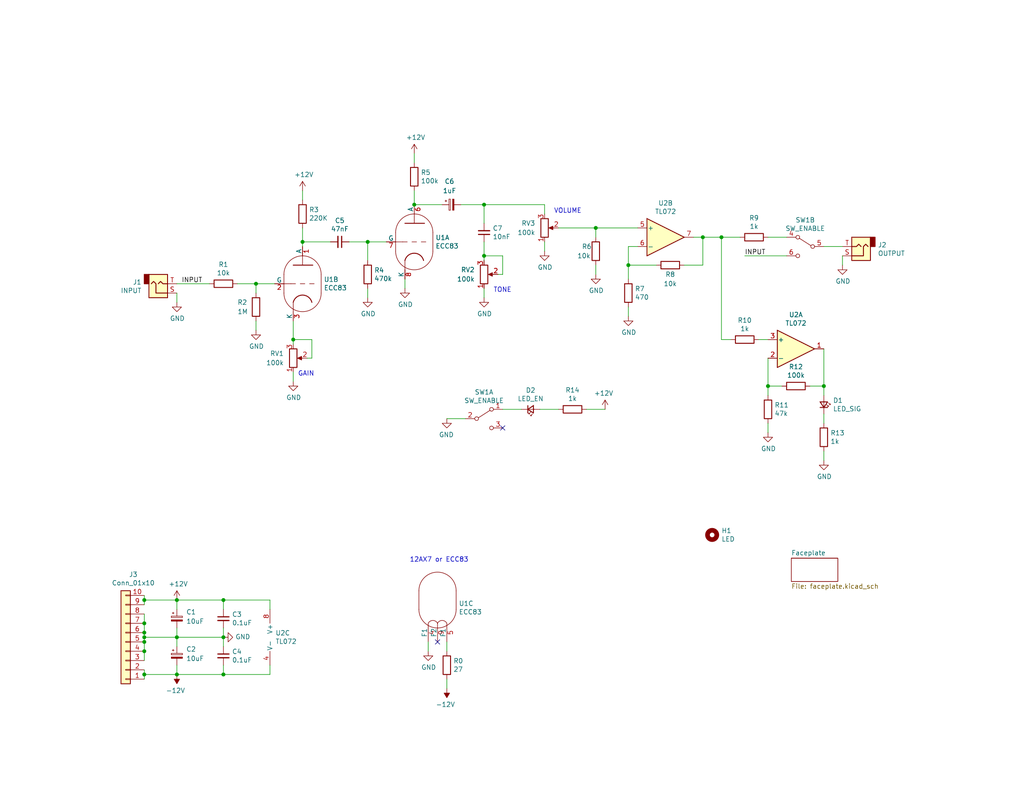
<source format=kicad_sch>
(kicad_sch (version 20211123) (generator eeschema)

  (uuid b8c60fe8-03e0-4f6c-a3fb-7a1a83daee53)

  (paper "USLetter")

  (title_block
    (title "Valve Distortion")
    (date "2021-04-11")
    (rev "0.1")
    (company "xperseai")
    (comment 1 "Source: LMMC V2.0")
  )

  (lib_symbols
    (symbol "Amplifier_Operational:TL072" (pin_names (offset 0.127)) (in_bom yes) (on_board yes)
      (property "Reference" "U" (id 0) (at 0 5.08 0)
        (effects (font (size 1.27 1.27)) (justify left))
      )
      (property "Value" "TL072" (id 1) (at 0 -5.08 0)
        (effects (font (size 1.27 1.27)) (justify left))
      )
      (property "Footprint" "" (id 2) (at 0 0 0)
        (effects (font (size 1.27 1.27)) hide)
      )
      (property "Datasheet" "http://www.ti.com/lit/ds/symlink/tl071.pdf" (id 3) (at 0 0 0)
        (effects (font (size 1.27 1.27)) hide)
      )
      (property "ki_locked" "" (id 4) (at 0 0 0)
        (effects (font (size 1.27 1.27)))
      )
      (property "ki_keywords" "dual opamp" (id 5) (at 0 0 0)
        (effects (font (size 1.27 1.27)) hide)
      )
      (property "ki_description" "Dual Low-Noise JFET-Input Operational Amplifiers, DIP-8/SOIC-8" (id 6) (at 0 0 0)
        (effects (font (size 1.27 1.27)) hide)
      )
      (property "ki_fp_filters" "SOIC*3.9x4.9mm*P1.27mm* DIP*W7.62mm* TO*99* OnSemi*Micro8* TSSOP*3x3mm*P0.65mm* TSSOP*4.4x3mm*P0.65mm* MSOP*3x3mm*P0.65mm* SSOP*3.9x4.9mm*P0.635mm* LFCSP*2x2mm*P0.5mm* *SIP* SOIC*5.3x6.2mm*P1.27mm*" (id 7) (at 0 0 0)
        (effects (font (size 1.27 1.27)) hide)
      )
      (symbol "TL072_1_1"
        (polyline
          (pts
            (xy -5.08 5.08)
            (xy 5.08 0)
            (xy -5.08 -5.08)
            (xy -5.08 5.08)
          )
          (stroke (width 0.254) (type default) (color 0 0 0 0))
          (fill (type background))
        )
        (pin output line (at 7.62 0 180) (length 2.54)
          (name "~" (effects (font (size 1.27 1.27))))
          (number "1" (effects (font (size 1.27 1.27))))
        )
        (pin input line (at -7.62 -2.54 0) (length 2.54)
          (name "-" (effects (font (size 1.27 1.27))))
          (number "2" (effects (font (size 1.27 1.27))))
        )
        (pin input line (at -7.62 2.54 0) (length 2.54)
          (name "+" (effects (font (size 1.27 1.27))))
          (number "3" (effects (font (size 1.27 1.27))))
        )
      )
      (symbol "TL072_2_1"
        (polyline
          (pts
            (xy -5.08 5.08)
            (xy 5.08 0)
            (xy -5.08 -5.08)
            (xy -5.08 5.08)
          )
          (stroke (width 0.254) (type default) (color 0 0 0 0))
          (fill (type background))
        )
        (pin input line (at -7.62 2.54 0) (length 2.54)
          (name "+" (effects (font (size 1.27 1.27))))
          (number "5" (effects (font (size 1.27 1.27))))
        )
        (pin input line (at -7.62 -2.54 0) (length 2.54)
          (name "-" (effects (font (size 1.27 1.27))))
          (number "6" (effects (font (size 1.27 1.27))))
        )
        (pin output line (at 7.62 0 180) (length 2.54)
          (name "~" (effects (font (size 1.27 1.27))))
          (number "7" (effects (font (size 1.27 1.27))))
        )
      )
      (symbol "TL072_3_1"
        (pin power_in line (at -2.54 -7.62 90) (length 3.81)
          (name "V-" (effects (font (size 1.27 1.27))))
          (number "4" (effects (font (size 1.27 1.27))))
        )
        (pin power_in line (at -2.54 7.62 270) (length 3.81)
          (name "V+" (effects (font (size 1.27 1.27))))
          (number "8" (effects (font (size 1.27 1.27))))
        )
      )
    )
    (symbol "Connector:AudioJack2" (in_bom yes) (on_board yes)
      (property "Reference" "J" (id 0) (at 0 8.89 0)
        (effects (font (size 1.27 1.27)))
      )
      (property "Value" "AudioJack2" (id 1) (at 0 6.35 0)
        (effects (font (size 1.27 1.27)))
      )
      (property "Footprint" "" (id 2) (at 0 0 0)
        (effects (font (size 1.27 1.27)) hide)
      )
      (property "Datasheet" "~" (id 3) (at 0 0 0)
        (effects (font (size 1.27 1.27)) hide)
      )
      (property "ki_keywords" "audio jack receptacle mono phone headphone TS connector" (id 4) (at 0 0 0)
        (effects (font (size 1.27 1.27)) hide)
      )
      (property "ki_description" "Audio Jack, 2 Poles (Mono / TS)" (id 5) (at 0 0 0)
        (effects (font (size 1.27 1.27)) hide)
      )
      (property "ki_fp_filters" "Jack*" (id 6) (at 0 0 0)
        (effects (font (size 1.27 1.27)) hide)
      )
      (symbol "AudioJack2_0_1"
        (rectangle (start -3.81 0) (end -2.54 -2.54)
          (stroke (width 0.254) (type default) (color 0 0 0 0))
          (fill (type outline))
        )
        (rectangle (start -2.54 3.81) (end 2.54 -2.54)
          (stroke (width 0.254) (type default) (color 0 0 0 0))
          (fill (type background))
        )
        (polyline
          (pts
            (xy 0 0)
            (xy 0.635 -0.635)
            (xy 1.27 0)
            (xy 2.54 0)
          )
          (stroke (width 0.254) (type default) (color 0 0 0 0))
          (fill (type none))
        )
        (polyline
          (pts
            (xy 2.54 2.54)
            (xy -0.635 2.54)
            (xy -0.635 0)
            (xy -1.27 -0.635)
            (xy -1.905 0)
          )
          (stroke (width 0.254) (type default) (color 0 0 0 0))
          (fill (type none))
        )
      )
      (symbol "AudioJack2_1_1"
        (pin passive line (at 5.08 2.54 180) (length 2.54)
          (name "~" (effects (font (size 1.27 1.27))))
          (number "S" (effects (font (size 1.27 1.27))))
        )
        (pin passive line (at 5.08 0 180) (length 2.54)
          (name "~" (effects (font (size 1.27 1.27))))
          (number "T" (effects (font (size 1.27 1.27))))
        )
      )
    )
    (symbol "Connector_Generic:Conn_01x10" (pin_names (offset 1.016) hide) (in_bom yes) (on_board yes)
      (property "Reference" "J" (id 0) (at 0 12.7 0)
        (effects (font (size 1.27 1.27)))
      )
      (property "Value" "Conn_01x10" (id 1) (at 0 -15.24 0)
        (effects (font (size 1.27 1.27)))
      )
      (property "Footprint" "" (id 2) (at 0 0 0)
        (effects (font (size 1.27 1.27)) hide)
      )
      (property "Datasheet" "~" (id 3) (at 0 0 0)
        (effects (font (size 1.27 1.27)) hide)
      )
      (property "ki_keywords" "connector" (id 4) (at 0 0 0)
        (effects (font (size 1.27 1.27)) hide)
      )
      (property "ki_description" "Generic connector, single row, 01x10, script generated (kicad-library-utils/schlib/autogen/connector/)" (id 5) (at 0 0 0)
        (effects (font (size 1.27 1.27)) hide)
      )
      (property "ki_fp_filters" "Connector*:*_1x??_*" (id 6) (at 0 0 0)
        (effects (font (size 1.27 1.27)) hide)
      )
      (symbol "Conn_01x10_1_1"
        (rectangle (start -1.27 -12.573) (end 0 -12.827)
          (stroke (width 0.1524) (type default) (color 0 0 0 0))
          (fill (type none))
        )
        (rectangle (start -1.27 -10.033) (end 0 -10.287)
          (stroke (width 0.1524) (type default) (color 0 0 0 0))
          (fill (type none))
        )
        (rectangle (start -1.27 -7.493) (end 0 -7.747)
          (stroke (width 0.1524) (type default) (color 0 0 0 0))
          (fill (type none))
        )
        (rectangle (start -1.27 -4.953) (end 0 -5.207)
          (stroke (width 0.1524) (type default) (color 0 0 0 0))
          (fill (type none))
        )
        (rectangle (start -1.27 -2.413) (end 0 -2.667)
          (stroke (width 0.1524) (type default) (color 0 0 0 0))
          (fill (type none))
        )
        (rectangle (start -1.27 0.127) (end 0 -0.127)
          (stroke (width 0.1524) (type default) (color 0 0 0 0))
          (fill (type none))
        )
        (rectangle (start -1.27 2.667) (end 0 2.413)
          (stroke (width 0.1524) (type default) (color 0 0 0 0))
          (fill (type none))
        )
        (rectangle (start -1.27 5.207) (end 0 4.953)
          (stroke (width 0.1524) (type default) (color 0 0 0 0))
          (fill (type none))
        )
        (rectangle (start -1.27 7.747) (end 0 7.493)
          (stroke (width 0.1524) (type default) (color 0 0 0 0))
          (fill (type none))
        )
        (rectangle (start -1.27 10.287) (end 0 10.033)
          (stroke (width 0.1524) (type default) (color 0 0 0 0))
          (fill (type none))
        )
        (rectangle (start -1.27 11.43) (end 1.27 -13.97)
          (stroke (width 0.254) (type default) (color 0 0 0 0))
          (fill (type background))
        )
        (pin passive line (at -5.08 10.16 0) (length 3.81)
          (name "Pin_1" (effects (font (size 1.27 1.27))))
          (number "1" (effects (font (size 1.27 1.27))))
        )
        (pin passive line (at -5.08 -12.7 0) (length 3.81)
          (name "Pin_10" (effects (font (size 1.27 1.27))))
          (number "10" (effects (font (size 1.27 1.27))))
        )
        (pin passive line (at -5.08 7.62 0) (length 3.81)
          (name "Pin_2" (effects (font (size 1.27 1.27))))
          (number "2" (effects (font (size 1.27 1.27))))
        )
        (pin passive line (at -5.08 5.08 0) (length 3.81)
          (name "Pin_3" (effects (font (size 1.27 1.27))))
          (number "3" (effects (font (size 1.27 1.27))))
        )
        (pin passive line (at -5.08 2.54 0) (length 3.81)
          (name "Pin_4" (effects (font (size 1.27 1.27))))
          (number "4" (effects (font (size 1.27 1.27))))
        )
        (pin passive line (at -5.08 0 0) (length 3.81)
          (name "Pin_5" (effects (font (size 1.27 1.27))))
          (number "5" (effects (font (size 1.27 1.27))))
        )
        (pin passive line (at -5.08 -2.54 0) (length 3.81)
          (name "Pin_6" (effects (font (size 1.27 1.27))))
          (number "6" (effects (font (size 1.27 1.27))))
        )
        (pin passive line (at -5.08 -5.08 0) (length 3.81)
          (name "Pin_7" (effects (font (size 1.27 1.27))))
          (number "7" (effects (font (size 1.27 1.27))))
        )
        (pin passive line (at -5.08 -7.62 0) (length 3.81)
          (name "Pin_8" (effects (font (size 1.27 1.27))))
          (number "8" (effects (font (size 1.27 1.27))))
        )
        (pin passive line (at -5.08 -10.16 0) (length 3.81)
          (name "Pin_9" (effects (font (size 1.27 1.27))))
          (number "9" (effects (font (size 1.27 1.27))))
        )
      )
    )
    (symbol "Device:C_Polarized_Small" (pin_numbers hide) (pin_names (offset 0.254) hide) (in_bom yes) (on_board yes)
      (property "Reference" "C" (id 0) (at 0.254 1.778 0)
        (effects (font (size 1.27 1.27)) (justify left))
      )
      (property "Value" "C_Polarized_Small" (id 1) (at 0.254 -2.032 0)
        (effects (font (size 1.27 1.27)) (justify left))
      )
      (property "Footprint" "" (id 2) (at 0 0 0)
        (effects (font (size 1.27 1.27)) hide)
      )
      (property "Datasheet" "~" (id 3) (at 0 0 0)
        (effects (font (size 1.27 1.27)) hide)
      )
      (property "ki_keywords" "cap capacitor" (id 4) (at 0 0 0)
        (effects (font (size 1.27 1.27)) hide)
      )
      (property "ki_description" "Polarized capacitor, small symbol" (id 5) (at 0 0 0)
        (effects (font (size 1.27 1.27)) hide)
      )
      (property "ki_fp_filters" "CP_*" (id 6) (at 0 0 0)
        (effects (font (size 1.27 1.27)) hide)
      )
      (symbol "C_Polarized_Small_0_1"
        (rectangle (start -1.524 -0.3048) (end 1.524 -0.6858)
          (stroke (width 0) (type default) (color 0 0 0 0))
          (fill (type outline))
        )
        (rectangle (start -1.524 0.6858) (end 1.524 0.3048)
          (stroke (width 0) (type default) (color 0 0 0 0))
          (fill (type none))
        )
        (polyline
          (pts
            (xy -1.27 1.524)
            (xy -0.762 1.524)
          )
          (stroke (width 0) (type default) (color 0 0 0 0))
          (fill (type none))
        )
        (polyline
          (pts
            (xy -1.016 1.27)
            (xy -1.016 1.778)
          )
          (stroke (width 0) (type default) (color 0 0 0 0))
          (fill (type none))
        )
      )
      (symbol "C_Polarized_Small_1_1"
        (pin passive line (at 0 2.54 270) (length 1.8542)
          (name "~" (effects (font (size 1.27 1.27))))
          (number "1" (effects (font (size 1.27 1.27))))
        )
        (pin passive line (at 0 -2.54 90) (length 1.8542)
          (name "~" (effects (font (size 1.27 1.27))))
          (number "2" (effects (font (size 1.27 1.27))))
        )
      )
    )
    (symbol "Device:C_Small" (pin_numbers hide) (pin_names (offset 0.254) hide) (in_bom yes) (on_board yes)
      (property "Reference" "C" (id 0) (at 0.254 1.778 0)
        (effects (font (size 1.27 1.27)) (justify left))
      )
      (property "Value" "C_Small" (id 1) (at 0.254 -2.032 0)
        (effects (font (size 1.27 1.27)) (justify left))
      )
      (property "Footprint" "" (id 2) (at 0 0 0)
        (effects (font (size 1.27 1.27)) hide)
      )
      (property "Datasheet" "~" (id 3) (at 0 0 0)
        (effects (font (size 1.27 1.27)) hide)
      )
      (property "ki_keywords" "capacitor cap" (id 4) (at 0 0 0)
        (effects (font (size 1.27 1.27)) hide)
      )
      (property "ki_description" "Unpolarized capacitor, small symbol" (id 5) (at 0 0 0)
        (effects (font (size 1.27 1.27)) hide)
      )
      (property "ki_fp_filters" "C_*" (id 6) (at 0 0 0)
        (effects (font (size 1.27 1.27)) hide)
      )
      (symbol "C_Small_0_1"
        (polyline
          (pts
            (xy -1.524 -0.508)
            (xy 1.524 -0.508)
          )
          (stroke (width 0.3302) (type default) (color 0 0 0 0))
          (fill (type none))
        )
        (polyline
          (pts
            (xy -1.524 0.508)
            (xy 1.524 0.508)
          )
          (stroke (width 0.3048) (type default) (color 0 0 0 0))
          (fill (type none))
        )
      )
      (symbol "C_Small_1_1"
        (pin passive line (at 0 2.54 270) (length 2.032)
          (name "~" (effects (font (size 1.27 1.27))))
          (number "1" (effects (font (size 1.27 1.27))))
        )
        (pin passive line (at 0 -2.54 90) (length 2.032)
          (name "~" (effects (font (size 1.27 1.27))))
          (number "2" (effects (font (size 1.27 1.27))))
        )
      )
    )
    (symbol "Device:LED_Small" (pin_numbers hide) (pin_names (offset 0.254) hide) (in_bom yes) (on_board yes)
      (property "Reference" "D" (id 0) (at -1.27 3.175 0)
        (effects (font (size 1.27 1.27)) (justify left))
      )
      (property "Value" "LED_Small" (id 1) (at -4.445 -2.54 0)
        (effects (font (size 1.27 1.27)) (justify left))
      )
      (property "Footprint" "" (id 2) (at 0 0 90)
        (effects (font (size 1.27 1.27)) hide)
      )
      (property "Datasheet" "~" (id 3) (at 0 0 90)
        (effects (font (size 1.27 1.27)) hide)
      )
      (property "ki_keywords" "LED diode light-emitting-diode" (id 4) (at 0 0 0)
        (effects (font (size 1.27 1.27)) hide)
      )
      (property "ki_description" "Light emitting diode, small symbol" (id 5) (at 0 0 0)
        (effects (font (size 1.27 1.27)) hide)
      )
      (property "ki_fp_filters" "LED* LED_SMD:* LED_THT:*" (id 6) (at 0 0 0)
        (effects (font (size 1.27 1.27)) hide)
      )
      (symbol "LED_Small_0_1"
        (polyline
          (pts
            (xy -0.762 -1.016)
            (xy -0.762 1.016)
          )
          (stroke (width 0.254) (type default) (color 0 0 0 0))
          (fill (type none))
        )
        (polyline
          (pts
            (xy 1.016 0)
            (xy -0.762 0)
          )
          (stroke (width 0) (type default) (color 0 0 0 0))
          (fill (type none))
        )
        (polyline
          (pts
            (xy 0.762 -1.016)
            (xy -0.762 0)
            (xy 0.762 1.016)
            (xy 0.762 -1.016)
          )
          (stroke (width 0.254) (type default) (color 0 0 0 0))
          (fill (type none))
        )
        (polyline
          (pts
            (xy 0 0.762)
            (xy -0.508 1.27)
            (xy -0.254 1.27)
            (xy -0.508 1.27)
            (xy -0.508 1.016)
          )
          (stroke (width 0) (type default) (color 0 0 0 0))
          (fill (type none))
        )
        (polyline
          (pts
            (xy 0.508 1.27)
            (xy 0 1.778)
            (xy 0.254 1.778)
            (xy 0 1.778)
            (xy 0 1.524)
          )
          (stroke (width 0) (type default) (color 0 0 0 0))
          (fill (type none))
        )
      )
      (symbol "LED_Small_1_1"
        (pin passive line (at -2.54 0 0) (length 1.778)
          (name "K" (effects (font (size 1.27 1.27))))
          (number "1" (effects (font (size 1.27 1.27))))
        )
        (pin passive line (at 2.54 0 180) (length 1.778)
          (name "A" (effects (font (size 1.27 1.27))))
          (number "2" (effects (font (size 1.27 1.27))))
        )
      )
    )
    (symbol "Device:R" (pin_numbers hide) (pin_names (offset 0)) (in_bom yes) (on_board yes)
      (property "Reference" "R" (id 0) (at 2.032 0 90)
        (effects (font (size 1.27 1.27)))
      )
      (property "Value" "R" (id 1) (at 0 0 90)
        (effects (font (size 1.27 1.27)))
      )
      (property "Footprint" "" (id 2) (at -1.778 0 90)
        (effects (font (size 1.27 1.27)) hide)
      )
      (property "Datasheet" "~" (id 3) (at 0 0 0)
        (effects (font (size 1.27 1.27)) hide)
      )
      (property "ki_keywords" "R res resistor" (id 4) (at 0 0 0)
        (effects (font (size 1.27 1.27)) hide)
      )
      (property "ki_description" "Resistor" (id 5) (at 0 0 0)
        (effects (font (size 1.27 1.27)) hide)
      )
      (property "ki_fp_filters" "R_*" (id 6) (at 0 0 0)
        (effects (font (size 1.27 1.27)) hide)
      )
      (symbol "R_0_1"
        (rectangle (start -1.016 -2.54) (end 1.016 2.54)
          (stroke (width 0.254) (type default) (color 0 0 0 0))
          (fill (type none))
        )
      )
      (symbol "R_1_1"
        (pin passive line (at 0 3.81 270) (length 1.27)
          (name "~" (effects (font (size 1.27 1.27))))
          (number "1" (effects (font (size 1.27 1.27))))
        )
        (pin passive line (at 0 -3.81 90) (length 1.27)
          (name "~" (effects (font (size 1.27 1.27))))
          (number "2" (effects (font (size 1.27 1.27))))
        )
      )
    )
    (symbol "Device:R_Potentiometer" (pin_names (offset 1.016) hide) (in_bom yes) (on_board yes)
      (property "Reference" "RV" (id 0) (at -4.445 0 90)
        (effects (font (size 1.27 1.27)))
      )
      (property "Value" "R_Potentiometer" (id 1) (at -2.54 0 90)
        (effects (font (size 1.27 1.27)))
      )
      (property "Footprint" "" (id 2) (at 0 0 0)
        (effects (font (size 1.27 1.27)) hide)
      )
      (property "Datasheet" "~" (id 3) (at 0 0 0)
        (effects (font (size 1.27 1.27)) hide)
      )
      (property "ki_keywords" "resistor variable" (id 4) (at 0 0 0)
        (effects (font (size 1.27 1.27)) hide)
      )
      (property "ki_description" "Potentiometer" (id 5) (at 0 0 0)
        (effects (font (size 1.27 1.27)) hide)
      )
      (property "ki_fp_filters" "Potentiometer*" (id 6) (at 0 0 0)
        (effects (font (size 1.27 1.27)) hide)
      )
      (symbol "R_Potentiometer_0_1"
        (polyline
          (pts
            (xy 2.54 0)
            (xy 1.524 0)
          )
          (stroke (width 0) (type default) (color 0 0 0 0))
          (fill (type none))
        )
        (polyline
          (pts
            (xy 1.143 0)
            (xy 2.286 0.508)
            (xy 2.286 -0.508)
            (xy 1.143 0)
          )
          (stroke (width 0) (type default) (color 0 0 0 0))
          (fill (type outline))
        )
        (rectangle (start 1.016 2.54) (end -1.016 -2.54)
          (stroke (width 0.254) (type default) (color 0 0 0 0))
          (fill (type none))
        )
      )
      (symbol "R_Potentiometer_1_1"
        (pin passive line (at 0 3.81 270) (length 1.27)
          (name "1" (effects (font (size 1.27 1.27))))
          (number "1" (effects (font (size 1.27 1.27))))
        )
        (pin passive line (at 3.81 0 180) (length 1.27)
          (name "2" (effects (font (size 1.27 1.27))))
          (number "2" (effects (font (size 1.27 1.27))))
        )
        (pin passive line (at 0 -3.81 90) (length 1.27)
          (name "3" (effects (font (size 1.27 1.27))))
          (number "3" (effects (font (size 1.27 1.27))))
        )
      )
    )
    (symbol "Mechanical:MountingHole" (pin_names (offset 1.016)) (in_bom yes) (on_board yes)
      (property "Reference" "H" (id 0) (at 0 5.08 0)
        (effects (font (size 1.27 1.27)))
      )
      (property "Value" "MountingHole" (id 1) (at 0 3.175 0)
        (effects (font (size 1.27 1.27)))
      )
      (property "Footprint" "" (id 2) (at 0 0 0)
        (effects (font (size 1.27 1.27)) hide)
      )
      (property "Datasheet" "~" (id 3) (at 0 0 0)
        (effects (font (size 1.27 1.27)) hide)
      )
      (property "ki_keywords" "mounting hole" (id 4) (at 0 0 0)
        (effects (font (size 1.27 1.27)) hide)
      )
      (property "ki_description" "Mounting Hole without connection" (id 5) (at 0 0 0)
        (effects (font (size 1.27 1.27)) hide)
      )
      (property "ki_fp_filters" "MountingHole*" (id 6) (at 0 0 0)
        (effects (font (size 1.27 1.27)) hide)
      )
      (symbol "MountingHole_0_1"
        (circle (center 0 0) (radius 1.27)
          (stroke (width 1.27) (type default) (color 0 0 0 0))
          (fill (type none))
        )
      )
    )
    (symbol "Switch:SW_DPDT_x2" (pin_names (offset 0) hide) (in_bom yes) (on_board yes)
      (property "Reference" "SW" (id 0) (at 0 4.318 0)
        (effects (font (size 1.27 1.27)))
      )
      (property "Value" "SW_DPDT_x2" (id 1) (at 0 -5.08 0)
        (effects (font (size 1.27 1.27)))
      )
      (property "Footprint" "" (id 2) (at 0 0 0)
        (effects (font (size 1.27 1.27)) hide)
      )
      (property "Datasheet" "~" (id 3) (at 0 0 0)
        (effects (font (size 1.27 1.27)) hide)
      )
      (property "ki_keywords" "switch dual-pole double-throw DPDT spdt ON-ON" (id 4) (at 0 0 0)
        (effects (font (size 1.27 1.27)) hide)
      )
      (property "ki_description" "Switch, dual pole double throw, separate symbols" (id 5) (at 0 0 0)
        (effects (font (size 1.27 1.27)) hide)
      )
      (property "ki_fp_filters" "SW*DPDT*" (id 6) (at 0 0 0)
        (effects (font (size 1.27 1.27)) hide)
      )
      (symbol "SW_DPDT_x2_0_0"
        (circle (center -2.032 0) (radius 0.508)
          (stroke (width 0) (type default) (color 0 0 0 0))
          (fill (type none))
        )
        (circle (center 2.032 -2.54) (radius 0.508)
          (stroke (width 0) (type default) (color 0 0 0 0))
          (fill (type none))
        )
      )
      (symbol "SW_DPDT_x2_0_1"
        (polyline
          (pts
            (xy -1.524 0.254)
            (xy 1.651 2.286)
          )
          (stroke (width 0) (type default) (color 0 0 0 0))
          (fill (type none))
        )
        (circle (center 2.032 2.54) (radius 0.508)
          (stroke (width 0) (type default) (color 0 0 0 0))
          (fill (type none))
        )
      )
      (symbol "SW_DPDT_x2_1_1"
        (pin passive line (at 5.08 2.54 180) (length 2.54)
          (name "A" (effects (font (size 1.27 1.27))))
          (number "1" (effects (font (size 1.27 1.27))))
        )
        (pin passive line (at -5.08 0 0) (length 2.54)
          (name "B" (effects (font (size 1.27 1.27))))
          (number "2" (effects (font (size 1.27 1.27))))
        )
        (pin passive line (at 5.08 -2.54 180) (length 2.54)
          (name "C" (effects (font (size 1.27 1.27))))
          (number "3" (effects (font (size 1.27 1.27))))
        )
      )
      (symbol "SW_DPDT_x2_2_1"
        (pin passive line (at 5.08 2.54 180) (length 2.54)
          (name "A" (effects (font (size 1.27 1.27))))
          (number "4" (effects (font (size 1.27 1.27))))
        )
        (pin passive line (at -5.08 0 0) (length 2.54)
          (name "B" (effects (font (size 1.27 1.27))))
          (number "5" (effects (font (size 1.27 1.27))))
        )
        (pin passive line (at 5.08 -2.54 180) (length 2.54)
          (name "C" (effects (font (size 1.27 1.27))))
          (number "6" (effects (font (size 1.27 1.27))))
        )
      )
    )
    (symbol "Valve:ECC83" (pin_names (offset 0)) (in_bom yes) (on_board yes)
      (property "Reference" "U" (id 0) (at 3.302 7.874 0)
        (effects (font (size 1.27 1.27)))
      )
      (property "Value" "ECC83" (id 1) (at 8.89 -7.62 0)
        (effects (font (size 1.27 1.27)))
      )
      (property "Footprint" "Valve:Valve_Noval_P" (id 2) (at 6.858 -10.16 0)
        (effects (font (size 1.27 1.27)) hide)
      )
      (property "Datasheet" "http://www.r-type.org/pdfs/ecc83.pdf" (id 3) (at 0 0 0)
        (effects (font (size 1.27 1.27)) hide)
      )
      (property "ki_locked" "" (id 4) (at 0 0 0)
        (effects (font (size 1.27 1.27)))
      )
      (property "ki_keywords" "triode valve" (id 5) (at 0 0 0)
        (effects (font (size 1.27 1.27)) hide)
      )
      (property "ki_description" "double triode" (id 6) (at 0 0 0)
        (effects (font (size 1.27 1.27)) hide)
      )
      (property "ki_fp_filters" "VALVE*NOVAL*P*" (id 7) (at 0 0 0)
        (effects (font (size 1.27 1.27)) hide)
      )
      (symbol "ECC83_0_1"
        (arc (start -5.08 -2.54) (mid 0 -7.62) (end 5.08 -2.54)
          (stroke (width 0) (type default) (color 0 0 0 0))
          (fill (type none))
        )
        (polyline
          (pts
            (xy 5.08 2.54)
            (xy 5.08 -2.54)
          )
          (stroke (width 0) (type default) (color 0 0 0 0))
          (fill (type none))
        )
        (polyline
          (pts
            (xy -5.08 2.54)
            (xy -5.08 -2.54)
            (xy -5.08 -2.54)
          )
          (stroke (width 0) (type default) (color 0 0 0 0))
          (fill (type none))
        )
        (arc (start 5.08 2.54) (mid 0 7.62) (end -5.08 2.54)
          (stroke (width 0) (type default) (color 0 0 0 0))
          (fill (type none))
        )
      )
      (symbol "ECC83_1_0"
        (polyline
          (pts
            (xy -2.54 -5.08)
            (xy -2.54 -7.62)
          )
          (stroke (width 0) (type default) (color 0 0 0 0))
          (fill (type none))
        )
        (polyline
          (pts
            (xy 0 5.08)
            (xy 0 7.62)
          )
          (stroke (width 0) (type default) (color 0 0 0 0))
          (fill (type none))
        )
      )
      (symbol "ECC83_1_1"
        (polyline
          (pts
            (xy -5.08 0)
            (xy -3.175 0)
          )
          (stroke (width 0) (type default) (color 0 0 0 0))
          (fill (type none))
        )
        (polyline
          (pts
            (xy -1.905 0)
            (xy -3.175 0)
          )
          (stroke (width 0.1524) (type default) (color 0 0 0 0))
          (fill (type none))
        )
        (polyline
          (pts
            (xy -0.635 0)
            (xy 0.635 0)
          )
          (stroke (width 0.1524) (type default) (color 0 0 0 0))
          (fill (type none))
        )
        (polyline
          (pts
            (xy 1.905 0)
            (xy 3.175 0)
          )
          (stroke (width 0.1524) (type default) (color 0 0 0 0))
          (fill (type none))
        )
        (polyline
          (pts
            (xy -2.54 5.08)
            (xy 2.794 5.08)
            (xy 2.794 5.08)
          )
          (stroke (width 0.254) (type default) (color 0 0 0 0))
          (fill (type none))
        )
        (arc (start 2.54 -5.08) (mid 0 -3.0968) (end -2.54 -5.08)
          (stroke (width 0.254) (type default) (color 0 0 0 0))
          (fill (type none))
        )
        (pin output line (at 0 10.16 270) (length 2.54)
          (name "A" (effects (font (size 1.27 1.27))))
          (number "6" (effects (font (size 1.27 1.27))))
        )
        (pin input line (at -7.62 0 0) (length 2.54)
          (name "G" (effects (font (size 1.27 1.27))))
          (number "7" (effects (font (size 1.27 1.27))))
        )
        (pin bidirectional line (at -2.54 -10.16 90) (length 2.54)
          (name "K" (effects (font (size 1.27 1.27))))
          (number "8" (effects (font (size 1.27 1.27))))
        )
      )
      (symbol "ECC83_2_0"
        (polyline
          (pts
            (xy -2.54 -5.08)
            (xy -2.54 -7.62)
          )
          (stroke (width 0) (type default) (color 0 0 0 0))
          (fill (type none))
        )
        (polyline
          (pts
            (xy 0 5.08)
            (xy 0 7.62)
          )
          (stroke (width 0) (type default) (color 0 0 0 0))
          (fill (type none))
        )
      )
      (symbol "ECC83_2_1"
        (polyline
          (pts
            (xy -5.08 0)
            (xy -3.175 0)
          )
          (stroke (width 0) (type default) (color 0 0 0 0))
          (fill (type none))
        )
        (polyline
          (pts
            (xy -1.905 0)
            (xy -3.175 0)
          )
          (stroke (width 0.1524) (type default) (color 0 0 0 0))
          (fill (type none))
        )
        (polyline
          (pts
            (xy -0.635 0)
            (xy 0.635 0)
          )
          (stroke (width 0.1524) (type default) (color 0 0 0 0))
          (fill (type none))
        )
        (polyline
          (pts
            (xy 1.905 0)
            (xy 3.175 0)
          )
          (stroke (width 0.1524) (type default) (color 0 0 0 0))
          (fill (type none))
        )
        (polyline
          (pts
            (xy -2.54 5.08)
            (xy 2.794 5.08)
            (xy 2.794 5.08)
          )
          (stroke (width 0.254) (type default) (color 0 0 0 0))
          (fill (type none))
        )
        (arc (start 2.54 -5.08) (mid 0 -3.0968) (end -2.54 -5.08)
          (stroke (width 0.254) (type default) (color 0 0 0 0))
          (fill (type none))
        )
        (pin output line (at 0 10.16 270) (length 2.54)
          (name "A" (effects (font (size 1.27 1.27))))
          (number "1" (effects (font (size 1.27 1.27))))
        )
        (pin input line (at -7.62 0 0) (length 2.54)
          (name "G" (effects (font (size 1.27 1.27))))
          (number "2" (effects (font (size 1.27 1.27))))
        )
        (pin bidirectional line (at -2.54 -10.16 90) (length 2.54)
          (name "K" (effects (font (size 1.27 1.27))))
          (number "3" (effects (font (size 1.27 1.27))))
        )
      )
      (symbol "ECC83_3_1"
        (arc (start 0 -6.35) (mid -1.27 -5.5651) (end -2.54 -6.35)
          (stroke (width 0) (type default) (color 0 0 0 0))
          (fill (type none))
        )
        (arc (start 2.54 -6.35) (mid 1.27 -5.5651) (end 0 -6.35)
          (stroke (width 0) (type default) (color 0 0 0 0))
          (fill (type none))
        )
        (pin power_in line (at -2.54 -11.43 90) (length 5.08)
          (name "F1" (effects (font (size 1.27 1.27))))
          (number "4" (effects (font (size 1.27 1.27))))
        )
        (pin power_in line (at 2.54 -11.43 90) (length 5.08)
          (name "F1" (effects (font (size 1.27 1.27))))
          (number "5" (effects (font (size 1.27 1.27))))
        )
        (pin power_in line (at 0 -11.43 90) (length 5.08)
          (name "F2" (effects (font (size 1.27 1.27))))
          (number "9" (effects (font (size 1.27 1.27))))
        )
      )
    )
    (symbol "power:+12V" (power) (pin_names (offset 0)) (in_bom yes) (on_board yes)
      (property "Reference" "#PWR" (id 0) (at 0 -3.81 0)
        (effects (font (size 1.27 1.27)) hide)
      )
      (property "Value" "+12V" (id 1) (at 0 3.556 0)
        (effects (font (size 1.27 1.27)))
      )
      (property "Footprint" "" (id 2) (at 0 0 0)
        (effects (font (size 1.27 1.27)) hide)
      )
      (property "Datasheet" "" (id 3) (at 0 0 0)
        (effects (font (size 1.27 1.27)) hide)
      )
      (property "ki_keywords" "power-flag" (id 4) (at 0 0 0)
        (effects (font (size 1.27 1.27)) hide)
      )
      (property "ki_description" "Power symbol creates a global label with name \"+12V\"" (id 5) (at 0 0 0)
        (effects (font (size 1.27 1.27)) hide)
      )
      (symbol "+12V_0_1"
        (polyline
          (pts
            (xy -0.762 1.27)
            (xy 0 2.54)
          )
          (stroke (width 0) (type default) (color 0 0 0 0))
          (fill (type none))
        )
        (polyline
          (pts
            (xy 0 0)
            (xy 0 2.54)
          )
          (stroke (width 0) (type default) (color 0 0 0 0))
          (fill (type none))
        )
        (polyline
          (pts
            (xy 0 2.54)
            (xy 0.762 1.27)
          )
          (stroke (width 0) (type default) (color 0 0 0 0))
          (fill (type none))
        )
      )
      (symbol "+12V_1_1"
        (pin power_in line (at 0 0 90) (length 0) hide
          (name "+12V" (effects (font (size 1.27 1.27))))
          (number "1" (effects (font (size 1.27 1.27))))
        )
      )
    )
    (symbol "power:-12V" (power) (pin_names (offset 0)) (in_bom yes) (on_board yes)
      (property "Reference" "#PWR" (id 0) (at 0 2.54 0)
        (effects (font (size 1.27 1.27)) hide)
      )
      (property "Value" "-12V" (id 1) (at 0 3.81 0)
        (effects (font (size 1.27 1.27)))
      )
      (property "Footprint" "" (id 2) (at 0 0 0)
        (effects (font (size 1.27 1.27)) hide)
      )
      (property "Datasheet" "" (id 3) (at 0 0 0)
        (effects (font (size 1.27 1.27)) hide)
      )
      (property "ki_keywords" "power-flag" (id 4) (at 0 0 0)
        (effects (font (size 1.27 1.27)) hide)
      )
      (property "ki_description" "Power symbol creates a global label with name \"-12V\"" (id 5) (at 0 0 0)
        (effects (font (size 1.27 1.27)) hide)
      )
      (symbol "-12V_0_0"
        (pin power_in line (at 0 0 90) (length 0) hide
          (name "-12V" (effects (font (size 1.27 1.27))))
          (number "1" (effects (font (size 1.27 1.27))))
        )
      )
      (symbol "-12V_0_1"
        (polyline
          (pts
            (xy 0 0)
            (xy 0 1.27)
            (xy 0.762 1.27)
            (xy 0 2.54)
            (xy -0.762 1.27)
            (xy 0 1.27)
          )
          (stroke (width 0) (type default) (color 0 0 0 0))
          (fill (type outline))
        )
      )
    )
    (symbol "power:GND" (power) (pin_names (offset 0)) (in_bom yes) (on_board yes)
      (property "Reference" "#PWR" (id 0) (at 0 -6.35 0)
        (effects (font (size 1.27 1.27)) hide)
      )
      (property "Value" "GND" (id 1) (at 0 -3.81 0)
        (effects (font (size 1.27 1.27)))
      )
      (property "Footprint" "" (id 2) (at 0 0 0)
        (effects (font (size 1.27 1.27)) hide)
      )
      (property "Datasheet" "" (id 3) (at 0 0 0)
        (effects (font (size 1.27 1.27)) hide)
      )
      (property "ki_keywords" "power-flag" (id 4) (at 0 0 0)
        (effects (font (size 1.27 1.27)) hide)
      )
      (property "ki_description" "Power symbol creates a global label with name \"GND\" , ground" (id 5) (at 0 0 0)
        (effects (font (size 1.27 1.27)) hide)
      )
      (symbol "GND_0_1"
        (polyline
          (pts
            (xy 0 0)
            (xy 0 -1.27)
            (xy 1.27 -1.27)
            (xy 0 -2.54)
            (xy -1.27 -1.27)
            (xy 0 -1.27)
          )
          (stroke (width 0) (type default) (color 0 0 0 0))
          (fill (type none))
        )
      )
      (symbol "GND_1_1"
        (pin power_in line (at 0 0 270) (length 0) hide
          (name "GND" (effects (font (size 1.27 1.27))))
          (number "1" (effects (font (size 1.27 1.27))))
        )
      )
    )
  )

  (junction (at 132.08 55.88) (diameter 0) (color 0 0 0 0)
    (uuid 01a64b7b-a789-449d-a289-f0bd15d3ef30)
  )
  (junction (at 48.26 163.83) (diameter 0) (color 0 0 0 0)
    (uuid 063eedce-9995-44ce-8e3b-f7f581235b5c)
  )
  (junction (at 39.37 172.72) (diameter 0) (color 0 0 0 0)
    (uuid 1c61ff42-167b-4809-a711-177c30e6bc33)
  )
  (junction (at 162.56 62.23) (diameter 0) (color 0 0 0 0)
    (uuid 21c14e57-a801-4c69-94c8-8fc85165dc9e)
  )
  (junction (at 224.79 105.41) (diameter 0) (color 0 0 0 0)
    (uuid 2ad50df3-4cf8-4e11-a9d7-1155d0efe5af)
  )
  (junction (at 191.77 64.77) (diameter 0) (color 0 0 0 0)
    (uuid 4111c3b8-1e74-49ce-b365-53b80e34ec28)
  )
  (junction (at 60.96 163.83) (diameter 0) (color 0 0 0 0)
    (uuid 504fadf1-3741-4246-9f91-790e835248db)
  )
  (junction (at 39.37 170.18) (diameter 0) (color 0 0 0 0)
    (uuid 5314b686-1086-4139-a0c9-bb16fcea8e38)
  )
  (junction (at 69.85 77.47) (diameter 0) (color 0 0 0 0)
    (uuid 60c02468-3b9b-4ad0-90e0-4ba68d2952d5)
  )
  (junction (at 39.37 175.26) (diameter 0) (color 0 0 0 0)
    (uuid 65585470-5d51-4d5c-a212-59d1edab8aee)
  )
  (junction (at 100.33 66.04) (diameter 0) (color 0 0 0 0)
    (uuid 6948c504-0878-427e-b82a-8ca2970a60ef)
  )
  (junction (at 82.55 66.04) (diameter 0) (color 0 0 0 0)
    (uuid 6c6f2ba4-2e31-4118-92f9-67914de23b96)
  )
  (junction (at 39.37 177.8) (diameter 0) (color 0 0 0 0)
    (uuid 85a2c70b-6ee4-4b6e-bf57-791002faba1e)
  )
  (junction (at 171.45 72.39) (diameter 0) (color 0 0 0 0)
    (uuid 8d185503-fe92-493c-b7b3-45c4061d3d54)
  )
  (junction (at 48.26 184.15) (diameter 0) (color 0 0 0 0)
    (uuid 8e6aca8c-ae9b-4aa0-a78a-491b93239c98)
  )
  (junction (at 113.03 55.88) (diameter 0) (color 0 0 0 0)
    (uuid 93b29f8b-32a2-48fe-9dd5-1955494d4552)
  )
  (junction (at 80.01 92.71) (diameter 0) (color 0 0 0 0)
    (uuid 9dff024e-44f4-4809-aca1-1ce6c1725e01)
  )
  (junction (at 209.55 105.41) (diameter 0) (color 0 0 0 0)
    (uuid a0f03682-ee89-4fba-96a9-9bf68a9488e2)
  )
  (junction (at 39.37 163.83) (diameter 0) (color 0 0 0 0)
    (uuid b83ed47d-1ddd-44d4-bb00-4c7029d97b7e)
  )
  (junction (at 39.37 173.99) (diameter 0) (color 0 0 0 0)
    (uuid bd5e1d3e-9d93-4cd6-ae62-9829b10c9225)
  )
  (junction (at 60.96 173.99) (diameter 0) (color 0 0 0 0)
    (uuid c0ec5d73-465a-41ba-ad91-5475c43faaf7)
  )
  (junction (at 60.96 184.15) (diameter 0) (color 0 0 0 0)
    (uuid c7f0ac99-d8e5-431f-ba4e-ccb868978031)
  )
  (junction (at 132.08 69.85) (diameter 0) (color 0 0 0 0)
    (uuid d437999a-38df-456c-8cb6-f25c438d7d16)
  )
  (junction (at 196.85 64.77) (diameter 0) (color 0 0 0 0)
    (uuid e35cca25-d917-4da6-8953-e946a5a01e2b)
  )
  (junction (at 48.26 173.99) (diameter 0) (color 0 0 0 0)
    (uuid f16d2951-a44f-4afb-aead-92e344a2acf0)
  )
  (junction (at 39.37 184.15) (diameter 0) (color 0 0 0 0)
    (uuid fad2f646-0815-4efb-b631-5a05d49298eb)
  )

  (no_connect (at 119.38 175.26) (uuid 7a776b3a-79be-4338-9080-b264539cc417))
  (no_connect (at 137.16 116.84) (uuid cd26ffc9-8533-4e78-b858-393b580f8e1d))

  (wire (pts (xy 39.37 163.83) (xy 48.26 163.83))
    (stroke (width 0) (type default) (color 0 0 0 0))
    (uuid 04c53daf-eaa4-4738-9ee7-f1eb981ed952)
  )
  (wire (pts (xy 191.77 72.39) (xy 186.69 72.39))
    (stroke (width 0) (type default) (color 0 0 0 0))
    (uuid 06f1b1ca-4dc9-4a4a-b26b-70d1f63d482e)
  )
  (wire (pts (xy 199.39 92.71) (xy 196.85 92.71))
    (stroke (width 0) (type default) (color 0 0 0 0))
    (uuid 0a198bb0-ac2a-4d5c-82a4-6303915a39dd)
  )
  (wire (pts (xy 82.55 66.04) (xy 82.55 67.31))
    (stroke (width 0) (type default) (color 0 0 0 0))
    (uuid 0c5214a8-30e3-46b4-bf34-8b5a68f44772)
  )
  (wire (pts (xy 209.55 105.41) (xy 209.55 107.95))
    (stroke (width 0) (type default) (color 0 0 0 0))
    (uuid 0e952f60-08d6-426f-8113-cc8d4d41a01f)
  )
  (wire (pts (xy 152.4 62.23) (xy 162.56 62.23))
    (stroke (width 0) (type default) (color 0 0 0 0))
    (uuid 0f1b2f94-0f3b-4827-aa3f-cc239c671999)
  )
  (wire (pts (xy 39.37 167.64) (xy 39.37 170.18))
    (stroke (width 0) (type default) (color 0 0 0 0))
    (uuid 0ff65505-b6bc-47c0-9c13-623c362f6c5c)
  )
  (wire (pts (xy 209.55 105.41) (xy 213.36 105.41))
    (stroke (width 0) (type default) (color 0 0 0 0))
    (uuid 1156f880-d8ef-4cc5-860b-993453133177)
  )
  (wire (pts (xy 39.37 184.15) (xy 39.37 185.42))
    (stroke (width 0) (type default) (color 0 0 0 0))
    (uuid 131f7102-3a76-4e40-b6ef-33a9cacfcd43)
  )
  (wire (pts (xy 48.26 80.01) (xy 48.26 82.55))
    (stroke (width 0) (type default) (color 0 0 0 0))
    (uuid 13919deb-5338-49fa-9b78-85495e4b0e58)
  )
  (wire (pts (xy 148.59 66.04) (xy 148.59 68.58))
    (stroke (width 0) (type default) (color 0 0 0 0))
    (uuid 13fcd931-e5d9-47cb-a396-5da2d2b2cde1)
  )
  (wire (pts (xy 209.55 64.77) (xy 214.63 64.77))
    (stroke (width 0) (type default) (color 0 0 0 0))
    (uuid 185dbc97-ebd9-427e-9cae-40fbd04313a0)
  )
  (wire (pts (xy 196.85 64.77) (xy 201.93 64.77))
    (stroke (width 0) (type default) (color 0 0 0 0))
    (uuid 190a05eb-38e9-4e7c-ab9b-3c56cb734802)
  )
  (wire (pts (xy 147.32 111.76) (xy 152.4 111.76))
    (stroke (width 0) (type default) (color 0 0 0 0))
    (uuid 1de6ef0e-ed1d-4ed8-9bd0-fd27e1f406c3)
  )
  (wire (pts (xy 82.55 52.07) (xy 82.55 54.61))
    (stroke (width 0) (type default) (color 0 0 0 0))
    (uuid 2110f1b8-c27c-466c-8955-b7a3f57f1395)
  )
  (wire (pts (xy 48.26 173.99) (xy 48.26 176.53))
    (stroke (width 0) (type default) (color 0 0 0 0))
    (uuid 2484317a-67f0-4ec5-b0c9-6d27160f6f14)
  )
  (wire (pts (xy 95.25 66.04) (xy 100.33 66.04))
    (stroke (width 0) (type default) (color 0 0 0 0))
    (uuid 2e05a143-6f57-44fb-a4d3-d6097dc41e6c)
  )
  (wire (pts (xy 132.08 66.04) (xy 132.08 69.85))
    (stroke (width 0) (type default) (color 0 0 0 0))
    (uuid 2e35ebc3-7d4e-452c-b858-3b728d4d86eb)
  )
  (wire (pts (xy 85.09 97.79) (xy 83.82 97.79))
    (stroke (width 0) (type default) (color 0 0 0 0))
    (uuid 309eb553-38b4-44d7-b7a8-da9883dcb42f)
  )
  (wire (pts (xy 162.56 64.77) (xy 162.56 62.23))
    (stroke (width 0) (type default) (color 0 0 0 0))
    (uuid 33198535-153c-4add-812c-986b5d87822d)
  )
  (wire (pts (xy 64.77 77.47) (xy 69.85 77.47))
    (stroke (width 0) (type default) (color 0 0 0 0))
    (uuid 336d3fff-3229-4f21-93b2-c73864576a91)
  )
  (wire (pts (xy 160.02 111.76) (xy 165.1 111.76))
    (stroke (width 0) (type default) (color 0 0 0 0))
    (uuid 3543a6a8-082c-476e-9550-19c68fed6bff)
  )
  (wire (pts (xy 39.37 172.72) (xy 39.37 173.99))
    (stroke (width 0) (type default) (color 0 0 0 0))
    (uuid 36abd7e4-3d12-4327-9d35-26c74b67b847)
  )
  (wire (pts (xy 48.26 171.45) (xy 48.26 173.99))
    (stroke (width 0) (type default) (color 0 0 0 0))
    (uuid 37c7bbbb-18c1-41aa-99b6-3735145f06ff)
  )
  (wire (pts (xy 69.85 77.47) (xy 74.93 77.47))
    (stroke (width 0) (type default) (color 0 0 0 0))
    (uuid 3a15b2b6-e851-4d64-8a67-b6342bc83293)
  )
  (wire (pts (xy 90.17 66.04) (xy 82.55 66.04))
    (stroke (width 0) (type default) (color 0 0 0 0))
    (uuid 3a3797a4-8420-466b-bc9d-413be00e5ae6)
  )
  (wire (pts (xy 113.03 41.91) (xy 113.03 44.45))
    (stroke (width 0) (type default) (color 0 0 0 0))
    (uuid 3d57c356-83dc-4ddb-b146-19b35cd40e1f)
  )
  (wire (pts (xy 39.37 163.83) (xy 39.37 162.56))
    (stroke (width 0) (type default) (color 0 0 0 0))
    (uuid 41ac8f73-46fc-4d85-b521-94a4f618b2e0)
  )
  (wire (pts (xy 137.16 69.85) (xy 137.16 74.93))
    (stroke (width 0) (type default) (color 0 0 0 0))
    (uuid 43580f3c-4c8c-41dc-9ed3-91b226dd1234)
  )
  (wire (pts (xy 100.33 66.04) (xy 100.33 71.12))
    (stroke (width 0) (type default) (color 0 0 0 0))
    (uuid 474b5314-1611-4bb0-b335-cb986051400e)
  )
  (wire (pts (xy 80.01 92.71) (xy 85.09 92.71))
    (stroke (width 0) (type default) (color 0 0 0 0))
    (uuid 48feee97-1338-485f-98ae-c3970fe6aaa4)
  )
  (wire (pts (xy 132.08 55.88) (xy 148.59 55.88))
    (stroke (width 0) (type default) (color 0 0 0 0))
    (uuid 490b9e70-cc14-4de2-8dac-d4e35037c972)
  )
  (wire (pts (xy 121.92 114.3) (xy 127 114.3))
    (stroke (width 0) (type default) (color 0 0 0 0))
    (uuid 4956da73-d796-4628-ad01-6716f591d96f)
  )
  (wire (pts (xy 171.45 67.31) (xy 171.45 72.39))
    (stroke (width 0) (type default) (color 0 0 0 0))
    (uuid 4e67e130-c249-4664-af3d-d955ae56b552)
  )
  (wire (pts (xy 148.59 58.42) (xy 148.59 55.88))
    (stroke (width 0) (type default) (color 0 0 0 0))
    (uuid 501565c5-f519-4fa5-b82c-9c59824c3da3)
  )
  (wire (pts (xy 39.37 175.26) (xy 39.37 177.8))
    (stroke (width 0) (type default) (color 0 0 0 0))
    (uuid 52af2568-76a8-49d1-a1f0-6594fa02e171)
  )
  (wire (pts (xy 224.79 105.41) (xy 224.79 107.95))
    (stroke (width 0) (type default) (color 0 0 0 0))
    (uuid 53569cb8-0d01-486f-bac1-76a1006eb268)
  )
  (wire (pts (xy 132.08 69.85) (xy 137.16 69.85))
    (stroke (width 0) (type default) (color 0 0 0 0))
    (uuid 545f7e49-1a1d-4c2c-bce9-a65e61b5589c)
  )
  (wire (pts (xy 132.08 71.12) (xy 132.08 69.85))
    (stroke (width 0) (type default) (color 0 0 0 0))
    (uuid 54fc2014-4682-45fa-b012-c53a28d9e808)
  )
  (wire (pts (xy 132.08 78.74) (xy 132.08 81.28))
    (stroke (width 0) (type default) (color 0 0 0 0))
    (uuid 58591d7a-51fd-42e7-af55-b1b760713cfa)
  )
  (wire (pts (xy 80.01 101.6) (xy 80.01 104.14))
    (stroke (width 0) (type default) (color 0 0 0 0))
    (uuid 5938682c-7b8f-4394-92c7-b424802be507)
  )
  (wire (pts (xy 125.73 55.88) (xy 132.08 55.88))
    (stroke (width 0) (type default) (color 0 0 0 0))
    (uuid 5f64a68e-54c9-498f-ba3e-dabb7dbcd676)
  )
  (wire (pts (xy 113.03 55.88) (xy 120.65 55.88))
    (stroke (width 0) (type default) (color 0 0 0 0))
    (uuid 5f80472f-83da-40ca-b3cb-000086bb12f3)
  )
  (wire (pts (xy 132.08 55.88) (xy 132.08 60.96))
    (stroke (width 0) (type default) (color 0 0 0 0))
    (uuid 5f8278e7-17ee-417d-b6cc-c63d6c9ed03d)
  )
  (wire (pts (xy 60.96 163.83) (xy 48.26 163.83))
    (stroke (width 0) (type default) (color 0 0 0 0))
    (uuid 606730df-e4f7-4714-9245-a4b12f5a3346)
  )
  (wire (pts (xy 82.55 62.23) (xy 82.55 66.04))
    (stroke (width 0) (type default) (color 0 0 0 0))
    (uuid 60f55b54-1f48-4646-a53c-160baa108f0c)
  )
  (wire (pts (xy 60.96 184.15) (xy 48.26 184.15))
    (stroke (width 0) (type default) (color 0 0 0 0))
    (uuid 63fc9c3c-60fc-41f3-a31e-b784d516dc34)
  )
  (wire (pts (xy 121.92 185.42) (xy 121.92 187.96))
    (stroke (width 0) (type default) (color 0 0 0 0))
    (uuid 68f6e009-b3fd-4151-8aba-3c3e262be7a1)
  )
  (wire (pts (xy 85.09 92.71) (xy 85.09 97.79))
    (stroke (width 0) (type default) (color 0 0 0 0))
    (uuid 6a973f43-4a56-4bcc-a612-c79db91033e7)
  )
  (wire (pts (xy 48.26 181.61) (xy 48.26 184.15))
    (stroke (width 0) (type default) (color 0 0 0 0))
    (uuid 6b1dd234-ac5f-4556-8409-0e52a64644a3)
  )
  (wire (pts (xy 142.24 111.76) (xy 137.16 111.76))
    (stroke (width 0) (type default) (color 0 0 0 0))
    (uuid 712d23b3-e08e-40b5-80f0-f3320b578554)
  )
  (wire (pts (xy 69.85 87.63) (xy 69.85 90.17))
    (stroke (width 0) (type default) (color 0 0 0 0))
    (uuid 7359ec6b-db36-4adc-b786-6fa175f346b7)
  )
  (wire (pts (xy 116.84 175.26) (xy 116.84 177.8))
    (stroke (width 0) (type default) (color 0 0 0 0))
    (uuid 748bc203-7110-4620-aa2c-4c34a327c5b0)
  )
  (wire (pts (xy 48.26 77.47) (xy 57.15 77.47))
    (stroke (width 0) (type default) (color 0 0 0 0))
    (uuid 7499f3b8-3840-4917-a115-b7eeebc4710a)
  )
  (wire (pts (xy 121.92 175.26) (xy 121.92 177.8))
    (stroke (width 0) (type default) (color 0 0 0 0))
    (uuid 7a91095b-3767-4870-98d5-f1ef0f957c07)
  )
  (wire (pts (xy 80.01 92.71) (xy 80.01 93.98))
    (stroke (width 0) (type default) (color 0 0 0 0))
    (uuid 7afe4040-f12f-43b3-b102-d601de896b0b)
  )
  (wire (pts (xy 162.56 62.23) (xy 173.99 62.23))
    (stroke (width 0) (type default) (color 0 0 0 0))
    (uuid 7bf4bb13-06f7-44cf-b3cd-8133b60ecf33)
  )
  (wire (pts (xy 60.96 173.99) (xy 60.96 176.53))
    (stroke (width 0) (type default) (color 0 0 0 0))
    (uuid 7ec2c53b-a52d-46b4-9230-937da939d395)
  )
  (wire (pts (xy 224.79 105.41) (xy 220.98 105.41))
    (stroke (width 0) (type default) (color 0 0 0 0))
    (uuid 81507379-abce-409c-a39c-68d1b6b7b833)
  )
  (wire (pts (xy 209.55 92.71) (xy 207.01 92.71))
    (stroke (width 0) (type default) (color 0 0 0 0))
    (uuid 89073261-fc8b-4665-aec2-4de02b637f63)
  )
  (wire (pts (xy 191.77 64.77) (xy 191.77 72.39))
    (stroke (width 0) (type default) (color 0 0 0 0))
    (uuid 894379ed-e7df-4113-8ae0-c889c43edea1)
  )
  (wire (pts (xy 209.55 115.57) (xy 209.55 118.11))
    (stroke (width 0) (type default) (color 0 0 0 0))
    (uuid 8ca4b0bc-d943-4a7d-bf4a-240e6cfb0399)
  )
  (wire (pts (xy 224.79 113.03) (xy 224.79 115.57))
    (stroke (width 0) (type default) (color 0 0 0 0))
    (uuid 8e606f86-1b34-41e7-b9ea-e6415de6ef85)
  )
  (wire (pts (xy 39.37 170.18) (xy 39.37 172.72))
    (stroke (width 0) (type default) (color 0 0 0 0))
    (uuid 8f1c1fb7-224a-4b5c-aa36-d6f18d722fc3)
  )
  (wire (pts (xy 60.96 171.45) (xy 60.96 173.99))
    (stroke (width 0) (type default) (color 0 0 0 0))
    (uuid 963e6e08-da3e-4d74-9742-88391564f706)
  )
  (wire (pts (xy 113.03 52.07) (xy 113.03 55.88))
    (stroke (width 0) (type default) (color 0 0 0 0))
    (uuid 98777a66-b1bd-4f1a-9f31-a6e4088c4a88)
  )
  (wire (pts (xy 39.37 173.99) (xy 39.37 175.26))
    (stroke (width 0) (type default) (color 0 0 0 0))
    (uuid 994abd0d-ec0c-4b9f-9358-9ee97bcaf025)
  )
  (wire (pts (xy 48.26 163.83) (xy 48.26 166.37))
    (stroke (width 0) (type default) (color 0 0 0 0))
    (uuid 998fffdc-f654-4e5b-8149-bed6162a466a)
  )
  (wire (pts (xy 73.66 184.15) (xy 60.96 184.15))
    (stroke (width 0) (type default) (color 0 0 0 0))
    (uuid a070e062-0db4-4167-bbcd-e3c7edfcac55)
  )
  (wire (pts (xy 73.66 166.37) (xy 73.66 163.83))
    (stroke (width 0) (type default) (color 0 0 0 0))
    (uuid a87ba72b-92af-4aba-9157-c1690c4a16a1)
  )
  (wire (pts (xy 60.96 181.61) (xy 60.96 184.15))
    (stroke (width 0) (type default) (color 0 0 0 0))
    (uuid ab753fd0-1726-409c-ad1f-15ea5c4be927)
  )
  (wire (pts (xy 196.85 64.77) (xy 191.77 64.77))
    (stroke (width 0) (type default) (color 0 0 0 0))
    (uuid ad138227-a841-40c2-bc1a-14393c87decf)
  )
  (wire (pts (xy 224.79 95.25) (xy 224.79 105.41))
    (stroke (width 0) (type default) (color 0 0 0 0))
    (uuid af20070e-da96-4eee-8c2b-6b3cee02a3ce)
  )
  (wire (pts (xy 189.23 64.77) (xy 191.77 64.77))
    (stroke (width 0) (type default) (color 0 0 0 0))
    (uuid b14ddc93-6cbc-402e-8b13-78a8f152baa9)
  )
  (wire (pts (xy 209.55 97.79) (xy 209.55 105.41))
    (stroke (width 0) (type default) (color 0 0 0 0))
    (uuid b39df9d3-e7c9-48bd-bd69-fe9eb0a57f71)
  )
  (wire (pts (xy 39.37 177.8) (xy 39.37 180.34))
    (stroke (width 0) (type default) (color 0 0 0 0))
    (uuid b4451d85-db5e-4465-8b52-9b513b44e142)
  )
  (wire (pts (xy 162.56 72.39) (xy 162.56 74.93))
    (stroke (width 0) (type default) (color 0 0 0 0))
    (uuid b6b1ab31-d73b-466b-84c5-024ca1a80b13)
  )
  (wire (pts (xy 229.87 69.85) (xy 229.87 72.39))
    (stroke (width 0) (type default) (color 0 0 0 0))
    (uuid bb1ef243-572f-48fd-a898-4e108c70dc4b)
  )
  (wire (pts (xy 100.33 66.04) (xy 105.41 66.04))
    (stroke (width 0) (type default) (color 0 0 0 0))
    (uuid bf687e20-3d1a-49e5-b8d1-5918961015f4)
  )
  (wire (pts (xy 60.96 166.37) (xy 60.96 163.83))
    (stroke (width 0) (type default) (color 0 0 0 0))
    (uuid c03a401b-32ed-4877-8d1e-c589dda93e0e)
  )
  (wire (pts (xy 203.2 69.85) (xy 214.63 69.85))
    (stroke (width 0) (type default) (color 0 0 0 0))
    (uuid c5d13c04-c3ef-4eda-ab08-137d7c2becfd)
  )
  (wire (pts (xy 171.45 83.82) (xy 171.45 86.36))
    (stroke (width 0) (type default) (color 0 0 0 0))
    (uuid c714dec4-3b9e-4a34-8098-63dfd047d35e)
  )
  (wire (pts (xy 60.96 173.99) (xy 48.26 173.99))
    (stroke (width 0) (type default) (color 0 0 0 0))
    (uuid c7b01b51-4bb8-4161-8af7-7da1b2fc26ea)
  )
  (wire (pts (xy 224.79 123.19) (xy 224.79 125.73))
    (stroke (width 0) (type default) (color 0 0 0 0))
    (uuid ca8588a2-f939-4204-90cb-3302f9d7295e)
  )
  (wire (pts (xy 39.37 182.88) (xy 39.37 184.15))
    (stroke (width 0) (type default) (color 0 0 0 0))
    (uuid cc9a4b40-a718-4183-91fa-c3f3a075d454)
  )
  (wire (pts (xy 196.85 64.77) (xy 196.85 92.71))
    (stroke (width 0) (type default) (color 0 0 0 0))
    (uuid d413d2d1-6207-4572-826f-a6adc4936df7)
  )
  (wire (pts (xy 80.01 87.63) (xy 80.01 92.71))
    (stroke (width 0) (type default) (color 0 0 0 0))
    (uuid d4cf7144-6a85-4cf7-8e75-f6a5ec4076cd)
  )
  (wire (pts (xy 39.37 184.15) (xy 48.26 184.15))
    (stroke (width 0) (type default) (color 0 0 0 0))
    (uuid d57e29c8-dc55-4698-98eb-fde1bc2c3ca1)
  )
  (wire (pts (xy 110.49 76.2) (xy 110.49 78.74))
    (stroke (width 0) (type default) (color 0 0 0 0))
    (uuid d792f071-1bb3-4a23-9fb7-db4d23137f81)
  )
  (wire (pts (xy 173.99 67.31) (xy 171.45 67.31))
    (stroke (width 0) (type default) (color 0 0 0 0))
    (uuid d7f58937-3076-4d38-bb1e-abbf03e941f7)
  )
  (wire (pts (xy 137.16 74.93) (xy 135.89 74.93))
    (stroke (width 0) (type default) (color 0 0 0 0))
    (uuid defd6a7c-9640-4114-8212-c8e8b4961d5e)
  )
  (wire (pts (xy 39.37 173.99) (xy 48.26 173.99))
    (stroke (width 0) (type default) (color 0 0 0 0))
    (uuid e21863ae-5238-4c60-b054-a5333695b870)
  )
  (wire (pts (xy 100.33 78.74) (xy 100.33 81.28))
    (stroke (width 0) (type default) (color 0 0 0 0))
    (uuid ea192f85-1a7e-43db-98b1-f28112c0edd8)
  )
  (wire (pts (xy 69.85 80.01) (xy 69.85 77.47))
    (stroke (width 0) (type default) (color 0 0 0 0))
    (uuid ec329b7e-cc0e-491e-96f3-5ba65834a1a9)
  )
  (wire (pts (xy 73.66 181.61) (xy 73.66 184.15))
    (stroke (width 0) (type default) (color 0 0 0 0))
    (uuid edfea245-f8e8-4950-8643-4d41f2d15049)
  )
  (wire (pts (xy 171.45 72.39) (xy 171.45 76.2))
    (stroke (width 0) (type default) (color 0 0 0 0))
    (uuid f0188f27-88a5-4584-a9a4-98db8a483f2f)
  )
  (wire (pts (xy 171.45 72.39) (xy 179.07 72.39))
    (stroke (width 0) (type default) (color 0 0 0 0))
    (uuid f0ae350b-a087-4c2d-b56b-67926a1d9e66)
  )
  (wire (pts (xy 73.66 163.83) (xy 60.96 163.83))
    (stroke (width 0) (type default) (color 0 0 0 0))
    (uuid f3beb82f-2005-44c1-adca-c4fecbd55023)
  )
  (wire (pts (xy 39.37 163.83) (xy 39.37 165.1))
    (stroke (width 0) (type default) (color 0 0 0 0))
    (uuid f68cb8db-2314-4e8f-8790-79b8650f08c6)
  )
  (wire (pts (xy 224.79 67.31) (xy 229.87 67.31))
    (stroke (width 0) (type default) (color 0 0 0 0))
    (uuid f95008df-68e0-4461-aa65-7e9636268170)
  )

  (text "TONE" (at 134.62 80.01 0)
    (effects (font (size 1.27 1.27)) (justify left bottom))
    (uuid 253cd00c-c3b8-415c-b5ef-85eaf452c629)
  )
  (text "VOLUME" (at 151.13 58.42 0)
    (effects (font (size 1.27 1.27)) (justify left bottom))
    (uuid 3bc8ef25-f50f-4e11-8744-89ff58d117e8)
  )
  (text "12AX7 or ECC83" (at 111.76 153.67 0)
    (effects (font (size 1.27 1.27)) (justify left bottom))
    (uuid 472d3da9-6480-4b78-8b34-3009c11c34d5)
  )
  (text "GAIN" (at 81.28 102.87 0)
    (effects (font (size 1.27 1.27)) (justify left bottom))
    (uuid 5a12f2de-61da-4e1d-88df-0818cc28ff46)
  )

  (label "INPUT" (at 203.2 69.85 0)
    (effects (font (size 1.27 1.27)) (justify left bottom))
    (uuid 1a80945d-6c83-46e0-b73c-d1157899a7a0)
  )
  (label "INPUT" (at 49.53 77.47 0)
    (effects (font (size 1.27 1.27)) (justify left bottom))
    (uuid f9d331ca-8108-4271-9995-7337893033be)
  )

  (symbol (lib_id "Valve:ECC83") (at 113.03 66.04 0) (unit 1)
    (in_bom yes) (on_board yes)
    (uuid 00000000-0000-0000-0000-0000601ae2c0)
    (property "Reference" "U1" (id 0) (at 118.8212 64.8716 0)
      (effects (font (size 1.27 1.27)) (justify left))
    )
    (property "Value" "ECC83" (id 1) (at 118.8212 67.183 0)
      (effects (font (size 1.27 1.27)) (justify left))
    )
    (property "Footprint" "Valve:Valve_ECC-83-1" (id 2) (at 119.888 76.2 0)
      (effects (font (size 1.27 1.27)) hide)
    )
    (property "Datasheet" "http://www.r-type.org/pdfs/ecc83.pdf" (id 3) (at 113.03 66.04 0)
      (effects (font (size 1.27 1.27)) hide)
    )
    (pin "6" (uuid 1c3edc90-79b0-40c8-b22f-1b49671dbbd7))
    (pin "7" (uuid d2d4df70-e1f1-4bac-b786-ef4cfac6d712))
    (pin "8" (uuid 1e2d2c0b-7d8a-4028-a465-d1193a9e08de))
    (pin "1" (uuid 6f09cfd0-f60a-4254-bfa8-0d963c683f10))
    (pin "2" (uuid 7362587c-c141-40ef-94b1-fcf78a7b872f))
    (pin "3" (uuid 0a6ddfb4-a992-4338-b527-47f06c06c6ae))
    (pin "4" (uuid 7306c323-59a3-4bdc-be2f-5549be12f338))
    (pin "5" (uuid 64e083be-6ece-43e6-bf70-5f9bf6ec780f))
    (pin "9" (uuid 681f70fa-6089-4fa4-a01a-c8cf06ed13de))
  )

  (symbol (lib_id "Valve:ECC83") (at 82.55 77.47 0) (unit 2)
    (in_bom yes) (on_board yes)
    (uuid 00000000-0000-0000-0000-0000601ae92d)
    (property "Reference" "U1" (id 0) (at 88.3412 76.3016 0)
      (effects (font (size 1.27 1.27)) (justify left))
    )
    (property "Value" "ECC83" (id 1) (at 88.3412 78.613 0)
      (effects (font (size 1.27 1.27)) (justify left))
    )
    (property "Footprint" "Valve:Valve_ECC-83-1" (id 2) (at 89.408 87.63 0)
      (effects (font (size 1.27 1.27)) hide)
    )
    (property "Datasheet" "http://www.r-type.org/pdfs/ecc83.pdf" (id 3) (at 82.55 77.47 0)
      (effects (font (size 1.27 1.27)) hide)
    )
    (pin "6" (uuid d24a7d48-60f6-450d-b1fb-c7b6d9c6bdbc))
    (pin "7" (uuid be9ddb31-ee69-4b34-afcf-563333b75fff))
    (pin "8" (uuid ca8422ba-448a-4dcc-98a6-08e8f433391b))
    (pin "1" (uuid 86124dbb-0b03-4033-9fb6-7f44047a8824))
    (pin "2" (uuid 29a08020-b2b6-4a5b-8eca-1f40064b2e4d))
    (pin "3" (uuid 0dcdf31d-7f3f-455f-b41b-b1896d62745c))
    (pin "4" (uuid 47f9f3c4-e8bf-4c50-874e-de12f3263784))
    (pin "5" (uuid b819b4a8-8b78-465b-8509-f85ab3d4ac93))
    (pin "9" (uuid cda9bb18-aad3-43a8-bd8f-149ce387905e))
  )

  (symbol (lib_id "Valve:ECC83") (at 119.38 163.83 0) (unit 3)
    (in_bom yes) (on_board yes)
    (uuid 00000000-0000-0000-0000-0000601aeff3)
    (property "Reference" "U1" (id 0) (at 125.1712 164.7698 0)
      (effects (font (size 1.27 1.27)) (justify left))
    )
    (property "Value" "ECC83" (id 1) (at 125.1712 167.0812 0)
      (effects (font (size 1.27 1.27)) (justify left))
    )
    (property "Footprint" "Valve:Valve_ECC-83-1" (id 2) (at 126.238 173.99 0)
      (effects (font (size 1.27 1.27)) hide)
    )
    (property "Datasheet" "http://www.r-type.org/pdfs/ecc83.pdf" (id 3) (at 119.38 163.83 0)
      (effects (font (size 1.27 1.27)) hide)
    )
    (pin "6" (uuid 399ed0d4-eef0-40b8-880a-488b301ff95f))
    (pin "7" (uuid 0321d14c-b456-47d8-a790-465b6faddba3))
    (pin "8" (uuid c786a1b7-020e-42de-be36-cd0eb5a306aa))
    (pin "1" (uuid 0e35e2e8-7321-4fe3-ba0c-c7733ddd9824))
    (pin "2" (uuid 730c39d9-5f1a-46af-994e-b6fbb761b636))
    (pin "3" (uuid 0666d14d-7e26-4658-80b4-d50437a1cc70))
    (pin "4" (uuid 15ce566b-47c7-40e7-8348-5b52c77cd2e8))
    (pin "5" (uuid 1d11a927-e4c1-4752-9089-36cea6e937a9))
    (pin "9" (uuid cd0b8426-8979-4707-86f8-286be12488d4))
  )

  (symbol (lib_id "power:GND") (at 60.96 173.99 90) (unit 1)
    (in_bom yes) (on_board yes)
    (uuid 00000000-0000-0000-0000-0000601b2c85)
    (property "Reference" "#PWR03" (id 0) (at 67.31 173.99 0)
      (effects (font (size 1.27 1.27)) hide)
    )
    (property "Value" "GND" (id 1) (at 64.2112 173.863 90)
      (effects (font (size 1.27 1.27)) (justify right))
    )
    (property "Footprint" "" (id 2) (at 60.96 173.99 0)
      (effects (font (size 1.27 1.27)) hide)
    )
    (property "Datasheet" "" (id 3) (at 60.96 173.99 0)
      (effects (font (size 1.27 1.27)) hide)
    )
    (pin "1" (uuid b6dba4fb-97e0-47d1-a279-6db3ac497306))
  )

  (symbol (lib_id "power:+12V") (at 48.26 163.83 0) (unit 1)
    (in_bom yes) (on_board yes)
    (uuid 00000000-0000-0000-0000-0000601b420f)
    (property "Reference" "#PWR01" (id 0) (at 48.26 167.64 0)
      (effects (font (size 1.27 1.27)) hide)
    )
    (property "Value" "+12V" (id 1) (at 48.641 159.4358 0))
    (property "Footprint" "" (id 2) (at 48.26 163.83 0)
      (effects (font (size 1.27 1.27)) hide)
    )
    (property "Datasheet" "" (id 3) (at 48.26 163.83 0)
      (effects (font (size 1.27 1.27)) hide)
    )
    (pin "1" (uuid 67949632-50b9-4acb-a580-802fe3cba47d))
  )

  (symbol (lib_id "Device:C_Small") (at 60.96 168.91 0) (unit 1)
    (in_bom yes) (on_board yes)
    (uuid 00000000-0000-0000-0000-0000601b48cb)
    (property "Reference" "C3" (id 0) (at 63.2968 167.7416 0)
      (effects (font (size 1.27 1.27)) (justify left))
    )
    (property "Value" "0.1uF" (id 1) (at 63.2968 170.053 0)
      (effects (font (size 1.27 1.27)) (justify left))
    )
    (property "Footprint" "Capacitor_THT:C_Disc_D3.0mm_W1.6mm_P2.50mm" (id 2) (at 60.96 168.91 0)
      (effects (font (size 1.27 1.27)) hide)
    )
    (property "Datasheet" "~" (id 3) (at 60.96 168.91 0)
      (effects (font (size 1.27 1.27)) hide)
    )
    (pin "1" (uuid 8d1d099c-347b-4614-81af-4d8e75231593))
    (pin "2" (uuid 54bca5a9-1e59-4135-8114-55a84e6c7ac9))
  )

  (symbol (lib_id "Device:C_Small") (at 60.96 179.07 0) (unit 1)
    (in_bom yes) (on_board yes)
    (uuid 00000000-0000-0000-0000-0000601b4d8f)
    (property "Reference" "C4" (id 0) (at 63.2968 177.9016 0)
      (effects (font (size 1.27 1.27)) (justify left))
    )
    (property "Value" "0.1uF" (id 1) (at 63.2968 180.213 0)
      (effects (font (size 1.27 1.27)) (justify left))
    )
    (property "Footprint" "Capacitor_THT:C_Disc_D3.0mm_W1.6mm_P2.50mm" (id 2) (at 60.96 179.07 0)
      (effects (font (size 1.27 1.27)) hide)
    )
    (property "Datasheet" "~" (id 3) (at 60.96 179.07 0)
      (effects (font (size 1.27 1.27)) hide)
    )
    (pin "1" (uuid 67a7d154-ae88-4653-8bba-48113482ce78))
    (pin "2" (uuid 6186fdc5-3232-4cb3-b0d6-3f8dfce36bf5))
  )

  (symbol (lib_id "power:-12V") (at 48.26 184.15 180) (unit 1)
    (in_bom yes) (on_board yes)
    (uuid 00000000-0000-0000-0000-0000601b534b)
    (property "Reference" "#PWR02" (id 0) (at 48.26 186.69 0)
      (effects (font (size 1.27 1.27)) hide)
    )
    (property "Value" "-12V" (id 1) (at 47.879 188.5442 0))
    (property "Footprint" "" (id 2) (at 48.26 184.15 0)
      (effects (font (size 1.27 1.27)) hide)
    )
    (property "Datasheet" "" (id 3) (at 48.26 184.15 0)
      (effects (font (size 1.27 1.27)) hide)
    )
    (pin "1" (uuid c440d7ba-e5d0-48fc-b72e-96f98746be42))
  )

  (symbol (lib_id "Device:R") (at 113.03 48.26 0) (unit 1)
    (in_bom yes) (on_board yes)
    (uuid 00000000-0000-0000-0000-0000601b8aeb)
    (property "Reference" "R5" (id 0) (at 114.808 47.0916 0)
      (effects (font (size 1.27 1.27)) (justify left))
    )
    (property "Value" "100k" (id 1) (at 114.808 49.403 0)
      (effects (font (size 1.27 1.27)) (justify left))
    )
    (property "Footprint" "Resistor_THT:R_Axial_DIN0207_L6.3mm_D2.5mm_P10.16mm_Horizontal" (id 2) (at 111.252 48.26 90)
      (effects (font (size 1.27 1.27)) hide)
    )
    (property "Datasheet" "~" (id 3) (at 113.03 48.26 0)
      (effects (font (size 1.27 1.27)) hide)
    )
    (pin "1" (uuid 49dae5b4-bae1-4f1d-9bfa-38341c0f05d7))
    (pin "2" (uuid ef32e5b8-14be-4ddd-ba9d-5f31163579eb))
  )

  (symbol (lib_id "power:+12V") (at 113.03 41.91 0) (unit 1)
    (in_bom yes) (on_board yes)
    (uuid 00000000-0000-0000-0000-0000601b9168)
    (property "Reference" "#PWR011" (id 0) (at 113.03 45.72 0)
      (effects (font (size 1.27 1.27)) hide)
    )
    (property "Value" "+12V" (id 1) (at 113.411 37.5158 0))
    (property "Footprint" "" (id 2) (at 113.03 41.91 0)
      (effects (font (size 1.27 1.27)) hide)
    )
    (property "Datasheet" "" (id 3) (at 113.03 41.91 0)
      (effects (font (size 1.27 1.27)) hide)
    )
    (pin "1" (uuid 688d5661-dac3-4706-a698-0d61310a63e9))
  )

  (symbol (lib_id "Device:R") (at 82.55 58.42 0) (unit 1)
    (in_bom yes) (on_board yes)
    (uuid 00000000-0000-0000-0000-0000601bd8c1)
    (property "Reference" "R3" (id 0) (at 84.328 57.2516 0)
      (effects (font (size 1.27 1.27)) (justify left))
    )
    (property "Value" "220K" (id 1) (at 84.328 59.563 0)
      (effects (font (size 1.27 1.27)) (justify left))
    )
    (property "Footprint" "Resistor_THT:R_Axial_DIN0207_L6.3mm_D2.5mm_P10.16mm_Horizontal" (id 2) (at 80.772 58.42 90)
      (effects (font (size 1.27 1.27)) hide)
    )
    (property "Datasheet" "~" (id 3) (at 82.55 58.42 0)
      (effects (font (size 1.27 1.27)) hide)
    )
    (pin "1" (uuid e5bdd7b4-c085-4e50-a8e5-815c5655430e))
    (pin "2" (uuid f6ea504e-fb8f-4b98-96c3-763c5f42e9e0))
  )

  (symbol (lib_id "power:+12V") (at 82.55 52.07 0) (unit 1)
    (in_bom yes) (on_board yes)
    (uuid 00000000-0000-0000-0000-0000601bdcc9)
    (property "Reference" "#PWR08" (id 0) (at 82.55 55.88 0)
      (effects (font (size 1.27 1.27)) hide)
    )
    (property "Value" "+12V" (id 1) (at 82.931 47.6758 0))
    (property "Footprint" "" (id 2) (at 82.55 52.07 0)
      (effects (font (size 1.27 1.27)) hide)
    )
    (property "Datasheet" "" (id 3) (at 82.55 52.07 0)
      (effects (font (size 1.27 1.27)) hide)
    )
    (pin "1" (uuid 16ddec08-15f1-4b52-94fd-737df308bdff))
  )

  (symbol (lib_id "power:GND") (at 110.49 78.74 0) (unit 1)
    (in_bom yes) (on_board yes)
    (uuid 00000000-0000-0000-0000-0000601c29c4)
    (property "Reference" "#PWR010" (id 0) (at 110.49 85.09 0)
      (effects (font (size 1.27 1.27)) hide)
    )
    (property "Value" "GND" (id 1) (at 110.617 83.1342 0))
    (property "Footprint" "" (id 2) (at 110.49 78.74 0)
      (effects (font (size 1.27 1.27)) hide)
    )
    (property "Datasheet" "" (id 3) (at 110.49 78.74 0)
      (effects (font (size 1.27 1.27)) hide)
    )
    (pin "1" (uuid e098cd8f-48f9-4b12-b4f3-dfd879d41c10))
  )

  (symbol (lib_id "Device:R") (at 69.85 83.82 0) (unit 1)
    (in_bom yes) (on_board yes)
    (uuid 00000000-0000-0000-0000-0000601c3466)
    (property "Reference" "R2" (id 0) (at 64.77 82.55 0)
      (effects (font (size 1.27 1.27)) (justify left))
    )
    (property "Value" "1M" (id 1) (at 64.77 85.09 0)
      (effects (font (size 1.27 1.27)) (justify left))
    )
    (property "Footprint" "Resistor_THT:R_Axial_DIN0207_L6.3mm_D2.5mm_P10.16mm_Horizontal" (id 2) (at 68.072 83.82 90)
      (effects (font (size 1.27 1.27)) hide)
    )
    (property "Datasheet" "~" (id 3) (at 69.85 83.82 0)
      (effects (font (size 1.27 1.27)) hide)
    )
    (pin "1" (uuid 9a7be2ab-7847-48a8-8a12-82b25062b592))
    (pin "2" (uuid 397c85ae-d9fb-42c9-909e-a6830e0ff495))
  )

  (symbol (lib_id "power:GND") (at 80.01 104.14 0) (unit 1)
    (in_bom yes) (on_board yes)
    (uuid 00000000-0000-0000-0000-0000601c6ec7)
    (property "Reference" "#PWR09" (id 0) (at 80.01 110.49 0)
      (effects (font (size 1.27 1.27)) hide)
    )
    (property "Value" "GND" (id 1) (at 80.137 108.5342 0))
    (property "Footprint" "" (id 2) (at 80.01 104.14 0)
      (effects (font (size 1.27 1.27)) hide)
    )
    (property "Datasheet" "" (id 3) (at 80.01 104.14 0)
      (effects (font (size 1.27 1.27)) hide)
    )
    (pin "1" (uuid e5cc9719-9c97-4153-982c-89cc036778f9))
  )

  (symbol (lib_id "Connector:AudioJack2") (at 43.18 77.47 0) (mirror x) (unit 1)
    (in_bom yes) (on_board yes)
    (uuid 00000000-0000-0000-0000-0000601c745a)
    (property "Reference" "J1" (id 0) (at 38.6334 77.0382 0)
      (effects (font (size 1.27 1.27)) (justify right))
    )
    (property "Value" "INPUT" (id 1) (at 38.6334 79.3496 0)
      (effects (font (size 1.27 1.27)) (justify right))
    )
    (property "Footprint" "Connector_Molex:Molex_KK-254_AE-6410-02A_1x02_P2.54mm_Vertical" (id 2) (at 43.18 77.47 0)
      (effects (font (size 1.27 1.27)) hide)
    )
    (property "Datasheet" "~" (id 3) (at 43.18 77.47 0)
      (effects (font (size 1.27 1.27)) hide)
    )
    (pin "S" (uuid 63916515-4326-4107-86ad-2f5a58bbd666))
    (pin "T" (uuid 57b7ffc2-fb86-4623-828d-d9c4f45b422b))
  )

  (symbol (lib_id "power:GND") (at 48.26 82.55 0) (unit 1)
    (in_bom yes) (on_board yes)
    (uuid 00000000-0000-0000-0000-0000601ca3e4)
    (property "Reference" "#PWR04" (id 0) (at 48.26 88.9 0)
      (effects (font (size 1.27 1.27)) hide)
    )
    (property "Value" "GND" (id 1) (at 48.387 86.9442 0))
    (property "Footprint" "" (id 2) (at 48.26 82.55 0)
      (effects (font (size 1.27 1.27)) hide)
    )
    (property "Datasheet" "" (id 3) (at 48.26 82.55 0)
      (effects (font (size 1.27 1.27)) hide)
    )
    (pin "1" (uuid f1807d43-ec49-4928-852f-3cd65d967571))
  )

  (symbol (lib_id "Device:R") (at 121.92 181.61 0) (unit 1)
    (in_bom yes) (on_board yes)
    (uuid 00000000-0000-0000-0000-0000601cb623)
    (property "Reference" "R0" (id 0) (at 123.698 180.4416 0)
      (effects (font (size 1.27 1.27)) (justify left))
    )
    (property "Value" "27" (id 1) (at 123.698 182.753 0)
      (effects (font (size 1.27 1.27)) (justify left))
    )
    (property "Footprint" "Resistor_THT:R_Axial_DIN0207_L6.3mm_D2.5mm_P10.16mm_Horizontal" (id 2) (at 120.142 181.61 90)
      (effects (font (size 1.27 1.27)) hide)
    )
    (property "Datasheet" "~" (id 3) (at 121.92 181.61 0)
      (effects (font (size 1.27 1.27)) hide)
    )
    (pin "1" (uuid 8690415f-7a77-4043-b8a3-60db7bd8d5fb))
    (pin "2" (uuid a64c8bf4-f34e-4680-8be0-0d43edcbe149))
  )

  (symbol (lib_id "Connector:AudioJack2") (at 234.95 67.31 180) (unit 1)
    (in_bom yes) (on_board yes)
    (uuid 00000000-0000-0000-0000-0000601cc843)
    (property "Reference" "J2" (id 0) (at 239.522 66.8782 0)
      (effects (font (size 1.27 1.27)) (justify right))
    )
    (property "Value" "OUTPUT" (id 1) (at 239.522 69.1896 0)
      (effects (font (size 1.27 1.27)) (justify right))
    )
    (property "Footprint" "Connector_Molex:Molex_KK-254_AE-6410-02A_1x02_P2.54mm_Vertical" (id 2) (at 234.95 67.31 0)
      (effects (font (size 1.27 1.27)) hide)
    )
    (property "Datasheet" "~" (id 3) (at 234.95 67.31 0)
      (effects (font (size 1.27 1.27)) hide)
    )
    (pin "S" (uuid 9c7b733d-9151-4cf7-8e53-de84ea71e7c4))
    (pin "T" (uuid e1a52b44-2205-4509-921d-e38171bfdae5))
  )

  (symbol (lib_id "power:GND") (at 116.84 177.8 0) (unit 1)
    (in_bom yes) (on_board yes)
    (uuid 00000000-0000-0000-0000-0000601cd19b)
    (property "Reference" "#PWR05" (id 0) (at 116.84 184.15 0)
      (effects (font (size 1.27 1.27)) hide)
    )
    (property "Value" "GND" (id 1) (at 116.967 182.1942 0))
    (property "Footprint" "" (id 2) (at 116.84 177.8 0)
      (effects (font (size 1.27 1.27)) hide)
    )
    (property "Datasheet" "" (id 3) (at 116.84 177.8 0)
      (effects (font (size 1.27 1.27)) hide)
    )
    (pin "1" (uuid 1c7eedec-c640-470b-8e89-907c0a2b0680))
  )

  (symbol (lib_id "power:-12V") (at 121.92 187.96 180) (unit 1)
    (in_bom yes) (on_board yes)
    (uuid 00000000-0000-0000-0000-0000601cd960)
    (property "Reference" "#PWR06" (id 0) (at 121.92 190.5 0)
      (effects (font (size 1.27 1.27)) hide)
    )
    (property "Value" "-12V" (id 1) (at 121.539 192.3542 0))
    (property "Footprint" "" (id 2) (at 121.92 187.96 0)
      (effects (font (size 1.27 1.27)) hide)
    )
    (property "Datasheet" "" (id 3) (at 121.92 187.96 0)
      (effects (font (size 1.27 1.27)) hide)
    )
    (pin "1" (uuid b4d1a600-c02d-466d-92ed-d168c651c2cf))
  )

  (symbol (lib_id "power:GND") (at 229.87 72.39 0) (unit 1)
    (in_bom yes) (on_board yes)
    (uuid 00000000-0000-0000-0000-0000601ce6ed)
    (property "Reference" "#PWR017" (id 0) (at 229.87 78.74 0)
      (effects (font (size 1.27 1.27)) hide)
    )
    (property "Value" "GND" (id 1) (at 229.997 76.7842 0))
    (property "Footprint" "" (id 2) (at 229.87 72.39 0)
      (effects (font (size 1.27 1.27)) hide)
    )
    (property "Datasheet" "" (id 3) (at 229.87 72.39 0)
      (effects (font (size 1.27 1.27)) hide)
    )
    (pin "1" (uuid 59eaf87a-b731-44e8-b491-b10f7c0c3e36))
  )

  (symbol (lib_id "power:GND") (at 69.85 90.17 0) (unit 1)
    (in_bom yes) (on_board yes)
    (uuid 00000000-0000-0000-0000-0000601d05f9)
    (property "Reference" "#PWR07" (id 0) (at 69.85 96.52 0)
      (effects (font (size 1.27 1.27)) hide)
    )
    (property "Value" "GND" (id 1) (at 69.977 94.5642 0))
    (property "Footprint" "" (id 2) (at 69.85 90.17 0)
      (effects (font (size 1.27 1.27)) hide)
    )
    (property "Datasheet" "" (id 3) (at 69.85 90.17 0)
      (effects (font (size 1.27 1.27)) hide)
    )
    (pin "1" (uuid ad2d67fe-af5c-47cc-9c00-d8d0b34535c2))
  )

  (symbol (lib_id "Device:R") (at 60.96 77.47 270) (unit 1)
    (in_bom yes) (on_board yes)
    (uuid 00000000-0000-0000-0000-0000601d3bb5)
    (property "Reference" "R1" (id 0) (at 60.96 72.2122 90))
    (property "Value" "10k" (id 1) (at 60.96 74.5236 90))
    (property "Footprint" "Resistor_THT:R_Axial_DIN0207_L6.3mm_D2.5mm_P10.16mm_Horizontal" (id 2) (at 60.96 75.692 90)
      (effects (font (size 1.27 1.27)) hide)
    )
    (property "Datasheet" "~" (id 3) (at 60.96 77.47 0)
      (effects (font (size 1.27 1.27)) hide)
    )
    (pin "1" (uuid 79d25e16-372b-428c-9139-957400a814ac))
    (pin "2" (uuid 456af2a9-406a-495a-9c19-3ac0ee7fc1f6))
  )

  (symbol (lib_id "Device:R") (at 171.45 80.01 0) (unit 1)
    (in_bom yes) (on_board yes)
    (uuid 00000000-0000-0000-0000-0000601ddacb)
    (property "Reference" "R7" (id 0) (at 173.228 78.8416 0)
      (effects (font (size 1.27 1.27)) (justify left))
    )
    (property "Value" "470" (id 1) (at 173.228 81.153 0)
      (effects (font (size 1.27 1.27)) (justify left))
    )
    (property "Footprint" "Resistor_THT:R_Axial_DIN0207_L6.3mm_D2.5mm_P10.16mm_Horizontal" (id 2) (at 169.672 80.01 90)
      (effects (font (size 1.27 1.27)) hide)
    )
    (property "Datasheet" "~" (id 3) (at 171.45 80.01 0)
      (effects (font (size 1.27 1.27)) hide)
    )
    (pin "1" (uuid 864607a1-3f9b-4752-927d-cc22d94782f4))
    (pin "2" (uuid f12a761a-2393-4b22-8c9b-580d41a066c1))
  )

  (symbol (lib_id "Device:R") (at 162.56 68.58 0) (mirror y) (unit 1)
    (in_bom yes) (on_board yes)
    (uuid 00000000-0000-0000-0000-0000601e167d)
    (property "Reference" "R6" (id 0) (at 158.75 67.31 0)
      (effects (font (size 1.27 1.27)) (justify right))
    )
    (property "Value" "10k" (id 1) (at 157.48 69.85 0)
      (effects (font (size 1.27 1.27)) (justify right))
    )
    (property "Footprint" "Resistor_THT:R_Axial_DIN0207_L6.3mm_D2.5mm_P10.16mm_Horizontal" (id 2) (at 164.338 68.58 90)
      (effects (font (size 1.27 1.27)) hide)
    )
    (property "Datasheet" "~" (id 3) (at 162.56 68.58 0)
      (effects (font (size 1.27 1.27)) hide)
    )
    (pin "1" (uuid 5a16ae3b-abad-47f4-a7e1-b26706fe89f7))
    (pin "2" (uuid 79cd9b10-940a-42a4-ac53-4fc95dbd9ecf))
  )

  (symbol (lib_id "Device:R") (at 182.88 72.39 270) (unit 1)
    (in_bom yes) (on_board yes)
    (uuid 00000000-0000-0000-0000-0000601ed352)
    (property "Reference" "R8" (id 0) (at 182.88 74.93 90))
    (property "Value" "10k" (id 1) (at 182.88 77.47 90))
    (property "Footprint" "Resistor_THT:R_Axial_DIN0207_L6.3mm_D2.5mm_P10.16mm_Horizontal" (id 2) (at 182.88 70.612 90)
      (effects (font (size 1.27 1.27)) hide)
    )
    (property "Datasheet" "~" (id 3) (at 182.88 72.39 0)
      (effects (font (size 1.27 1.27)) hide)
    )
    (pin "1" (uuid 3d169029-d19d-472e-bb99-30e20646015e))
    (pin "2" (uuid cbc5d266-5381-4a45-a305-b201607104a9))
  )

  (symbol (lib_id "Device:R") (at 100.33 74.93 0) (unit 1)
    (in_bom yes) (on_board yes)
    (uuid 00000000-0000-0000-0000-000060780f51)
    (property "Reference" "R4" (id 0) (at 102.108 73.7616 0)
      (effects (font (size 1.27 1.27)) (justify left))
    )
    (property "Value" "470k" (id 1) (at 102.108 76.073 0)
      (effects (font (size 1.27 1.27)) (justify left))
    )
    (property "Footprint" "Resistor_THT:R_Axial_DIN0207_L6.3mm_D2.5mm_P10.16mm_Horizontal" (id 2) (at 98.552 74.93 90)
      (effects (font (size 1.27 1.27)) hide)
    )
    (property "Datasheet" "~" (id 3) (at 100.33 74.93 0)
      (effects (font (size 1.27 1.27)) hide)
    )
    (pin "1" (uuid bbd9ddba-18fa-44d4-a211-c0146736cf9e))
    (pin "2" (uuid d434e4bb-6a1b-4b3a-8dbf-4a5dd34c3a2f))
  )

  (symbol (lib_id "Device:C_Small") (at 92.71 66.04 270) (unit 1)
    (in_bom yes) (on_board yes)
    (uuid 00000000-0000-0000-0000-0000607874db)
    (property "Reference" "C5" (id 0) (at 92.71 60.2234 90))
    (property "Value" "47nF" (id 1) (at 92.71 62.5348 90))
    (property "Footprint" "Capacitor_THT:C_Disc_D3.0mm_W1.6mm_P2.50mm" (id 2) (at 92.71 66.04 0)
      (effects (font (size 1.27 1.27)) hide)
    )
    (property "Datasheet" "~" (id 3) (at 92.71 66.04 0)
      (effects (font (size 1.27 1.27)) hide)
    )
    (pin "1" (uuid 98421fcf-116b-4364-98aa-357670a21e9c))
    (pin "2" (uuid 105a1dcd-8b08-48f9-95f7-18fcda6c3468))
  )

  (symbol (lib_id "power:GND") (at 100.33 81.28 0) (unit 1)
    (in_bom yes) (on_board yes)
    (uuid 00000000-0000-0000-0000-00006078b899)
    (property "Reference" "#PWR0101" (id 0) (at 100.33 87.63 0)
      (effects (font (size 1.27 1.27)) hide)
    )
    (property "Value" "GND" (id 1) (at 100.457 85.6742 0))
    (property "Footprint" "" (id 2) (at 100.33 81.28 0)
      (effects (font (size 1.27 1.27)) hide)
    )
    (property "Datasheet" "" (id 3) (at 100.33 81.28 0)
      (effects (font (size 1.27 1.27)) hide)
    )
    (pin "1" (uuid 6894dd65-7f39-40cf-95e3-d5a514049d86))
  )

  (symbol (lib_id "Amplifier_Operational:TL072") (at 217.17 95.25 0) (unit 1)
    (in_bom yes) (on_board yes)
    (uuid 00000000-0000-0000-0000-0000607af496)
    (property "Reference" "U2" (id 0) (at 217.17 85.9282 0))
    (property "Value" "TL072" (id 1) (at 217.17 88.2396 0))
    (property "Footprint" "Package_DIP:DIP-8_W7.62mm" (id 2) (at 217.17 95.25 0)
      (effects (font (size 1.27 1.27)) hide)
    )
    (property "Datasheet" "http://www.ti.com/lit/ds/symlink/tl071.pdf" (id 3) (at 217.17 95.25 0)
      (effects (font (size 1.27 1.27)) hide)
    )
    (pin "1" (uuid 8b4bbe04-d5a3-4fcf-81d3-fad7900ac8d0))
    (pin "2" (uuid 7542d4e4-0547-41b4-932e-a7459770fcb9))
    (pin "3" (uuid 3be2b892-5587-451e-8db3-23cbb5b5b573))
    (pin "5" (uuid 32a29085-af91-4201-924c-20edcbdb4e76))
    (pin "6" (uuid f588f439-159c-4962-a7fa-91f79f2b4486))
    (pin "7" (uuid 7367eccf-049f-460e-9c66-f6e9a25a3045))
    (pin "4" (uuid bd922c59-c66c-4c5c-84f0-41804e076a11))
    (pin "8" (uuid 84365594-e93d-44dd-811e-f6ae119ef832))
  )

  (symbol (lib_id "Amplifier_Operational:TL072") (at 181.61 64.77 0) (unit 2)
    (in_bom yes) (on_board yes)
    (uuid 00000000-0000-0000-0000-0000607b0ae4)
    (property "Reference" "U2" (id 0) (at 181.61 55.4482 0))
    (property "Value" "TL072" (id 1) (at 181.61 57.7596 0))
    (property "Footprint" "Package_DIP:DIP-8_W7.62mm" (id 2) (at 181.61 64.77 0)
      (effects (font (size 1.27 1.27)) hide)
    )
    (property "Datasheet" "http://www.ti.com/lit/ds/symlink/tl071.pdf" (id 3) (at 181.61 64.77 0)
      (effects (font (size 1.27 1.27)) hide)
    )
    (pin "1" (uuid eb9980f5-4690-4299-8573-c72315ef0cd8))
    (pin "2" (uuid 37469638-ad75-42ed-93ba-625befe92117))
    (pin "3" (uuid c03f4487-471a-41f4-8a36-dc34c5bb8a27))
    (pin "5" (uuid a93dfb8a-6b03-4f6a-aa02-c9130b58c9f0))
    (pin "6" (uuid a6ce1b6d-b7be-4e7c-afd4-660c4167ee92))
    (pin "7" (uuid f53e0f76-73fb-489b-bf2c-3ee003f711e8))
    (pin "4" (uuid 46632196-7cbf-42c7-baf7-7572e45e4ed4))
    (pin "8" (uuid 6c507ce1-d260-47c7-bcca-d86ee27e4f9c))
  )

  (symbol (lib_id "Device:C_Small") (at 132.08 63.5 180) (unit 1)
    (in_bom yes) (on_board yes)
    (uuid 00000000-0000-0000-0000-0000607c5f2f)
    (property "Reference" "C7" (id 0) (at 134.4168 62.3316 0)
      (effects (font (size 1.27 1.27)) (justify right))
    )
    (property "Value" "10nF" (id 1) (at 134.4168 64.643 0)
      (effects (font (size 1.27 1.27)) (justify right))
    )
    (property "Footprint" "Capacitor_THT:C_Disc_D3.0mm_W1.6mm_P2.50mm" (id 2) (at 132.08 63.5 0)
      (effects (font (size 1.27 1.27)) hide)
    )
    (property "Datasheet" "~" (id 3) (at 132.08 63.5 0)
      (effects (font (size 1.27 1.27)) hide)
    )
    (pin "1" (uuid fd5be238-8454-4dd8-a817-081fd00e90b9))
    (pin "2" (uuid 0203a3a2-3315-4cfd-b189-7781824b1f92))
  )

  (symbol (lib_id "power:GND") (at 132.08 81.28 0) (unit 1)
    (in_bom yes) (on_board yes)
    (uuid 00000000-0000-0000-0000-0000607cdd7b)
    (property "Reference" "#PWR0102" (id 0) (at 132.08 87.63 0)
      (effects (font (size 1.27 1.27)) hide)
    )
    (property "Value" "GND" (id 1) (at 132.207 85.6742 0))
    (property "Footprint" "" (id 2) (at 132.08 81.28 0)
      (effects (font (size 1.27 1.27)) hide)
    )
    (property "Datasheet" "" (id 3) (at 132.08 81.28 0)
      (effects (font (size 1.27 1.27)) hide)
    )
    (pin "1" (uuid b75f7d43-986f-4126-bac2-31b5523ceb01))
  )

  (symbol (lib_id "power:GND") (at 148.59 68.58 0) (unit 1)
    (in_bom yes) (on_board yes)
    (uuid 00000000-0000-0000-0000-0000607d31c8)
    (property "Reference" "#PWR0103" (id 0) (at 148.59 74.93 0)
      (effects (font (size 1.27 1.27)) hide)
    )
    (property "Value" "GND" (id 1) (at 148.717 72.9742 0))
    (property "Footprint" "" (id 2) (at 148.59 68.58 0)
      (effects (font (size 1.27 1.27)) hide)
    )
    (property "Datasheet" "" (id 3) (at 148.59 68.58 0)
      (effects (font (size 1.27 1.27)) hide)
    )
    (pin "1" (uuid 0e7d97c7-859f-4bbb-a7ba-6acfe31f0369))
  )

  (symbol (lib_id "power:GND") (at 171.45 86.36 0) (unit 1)
    (in_bom yes) (on_board yes)
    (uuid 00000000-0000-0000-0000-00006080b007)
    (property "Reference" "#PWR0104" (id 0) (at 171.45 92.71 0)
      (effects (font (size 1.27 1.27)) hide)
    )
    (property "Value" "GND" (id 1) (at 171.577 90.7542 0))
    (property "Footprint" "" (id 2) (at 171.45 86.36 0)
      (effects (font (size 1.27 1.27)) hide)
    )
    (property "Datasheet" "" (id 3) (at 171.45 86.36 0)
      (effects (font (size 1.27 1.27)) hide)
    )
    (pin "1" (uuid 13da20c6-a8f1-408d-899f-2564682c85b5))
  )

  (symbol (lib_id "power:GND") (at 162.56 74.93 0) (unit 1)
    (in_bom yes) (on_board yes)
    (uuid 00000000-0000-0000-0000-000060815e36)
    (property "Reference" "#PWR0105" (id 0) (at 162.56 81.28 0)
      (effects (font (size 1.27 1.27)) hide)
    )
    (property "Value" "GND" (id 1) (at 162.687 79.3242 0))
    (property "Footprint" "" (id 2) (at 162.56 74.93 0)
      (effects (font (size 1.27 1.27)) hide)
    )
    (property "Datasheet" "" (id 3) (at 162.56 74.93 0)
      (effects (font (size 1.27 1.27)) hide)
    )
    (pin "1" (uuid 973cfdf7-e562-4f8d-a4cc-9030d5b16c84))
  )

  (symbol (lib_id "Device:R") (at 205.74 64.77 270) (unit 1)
    (in_bom yes) (on_board yes)
    (uuid 00000000-0000-0000-0000-000060834513)
    (property "Reference" "R9" (id 0) (at 205.74 59.5122 90))
    (property "Value" "1k" (id 1) (at 205.74 61.8236 90))
    (property "Footprint" "Resistor_THT:R_Axial_DIN0207_L6.3mm_D2.5mm_P10.16mm_Horizontal" (id 2) (at 205.74 62.992 90)
      (effects (font (size 1.27 1.27)) hide)
    )
    (property "Datasheet" "~" (id 3) (at 205.74 64.77 0)
      (effects (font (size 1.27 1.27)) hide)
    )
    (pin "1" (uuid 59926939-139f-481a-9758-44b8b0ca4cd8))
    (pin "2" (uuid 3eceb275-2e81-484e-9337-62ed726657d5))
  )

  (symbol (lib_id "Device:R") (at 203.2 92.71 270) (unit 1)
    (in_bom yes) (on_board yes)
    (uuid 00000000-0000-0000-0000-000060842430)
    (property "Reference" "R10" (id 0) (at 203.2 87.4522 90))
    (property "Value" "1k" (id 1) (at 203.2 89.7636 90))
    (property "Footprint" "Resistor_THT:R_Axial_DIN0207_L6.3mm_D2.5mm_P10.16mm_Horizontal" (id 2) (at 203.2 90.932 90)
      (effects (font (size 1.27 1.27)) hide)
    )
    (property "Datasheet" "~" (id 3) (at 203.2 92.71 0)
      (effects (font (size 1.27 1.27)) hide)
    )
    (pin "1" (uuid c7f753e5-e42f-4072-b637-cc8a08486fdb))
    (pin "2" (uuid 04b77b03-4185-4b71-82f7-8195d381794a))
  )

  (symbol (lib_id "Device:R") (at 217.17 105.41 270) (unit 1)
    (in_bom yes) (on_board yes)
    (uuid 00000000-0000-0000-0000-000060842c08)
    (property "Reference" "R12" (id 0) (at 217.17 100.1522 90))
    (property "Value" "100k" (id 1) (at 217.17 102.4636 90))
    (property "Footprint" "Resistor_THT:R_Axial_DIN0207_L6.3mm_D2.5mm_P10.16mm_Horizontal" (id 2) (at 217.17 103.632 90)
      (effects (font (size 1.27 1.27)) hide)
    )
    (property "Datasheet" "~" (id 3) (at 217.17 105.41 0)
      (effects (font (size 1.27 1.27)) hide)
    )
    (pin "1" (uuid f0886a90-d26b-4bf9-a966-6715400bf433))
    (pin "2" (uuid 50f0b0f7-b87b-4717-98b7-598cd747dac4))
  )

  (symbol (lib_id "Device:LED_Small") (at 224.79 110.49 270) (mirror x) (unit 1)
    (in_bom yes) (on_board yes)
    (uuid 00000000-0000-0000-0000-0000608442e0)
    (property "Reference" "D1" (id 0) (at 227.2792 109.3216 90)
      (effects (font (size 1.27 1.27)) (justify left))
    )
    (property "Value" "LED_SIG" (id 1) (at 227.2792 111.633 90)
      (effects (font (size 1.27 1.27)) (justify left))
    )
    (property "Footprint" "LED_THT:LED_D5.0mm" (id 2) (at 224.79 110.49 90)
      (effects (font (size 1.27 1.27)) hide)
    )
    (property "Datasheet" "~" (id 3) (at 224.79 110.49 90)
      (effects (font (size 1.27 1.27)) hide)
    )
    (pin "1" (uuid e67a1aa5-a487-4668-9aed-a1f0329ee162))
    (pin "2" (uuid 12ea5a93-4273-47e2-981d-ab797a4033ec))
  )

  (symbol (lib_id "Device:R") (at 224.79 119.38 0) (unit 1)
    (in_bom yes) (on_board yes)
    (uuid 00000000-0000-0000-0000-00006086045d)
    (property "Reference" "R13" (id 0) (at 226.568 118.2116 0)
      (effects (font (size 1.27 1.27)) (justify left))
    )
    (property "Value" "1k" (id 1) (at 226.568 120.523 0)
      (effects (font (size 1.27 1.27)) (justify left))
    )
    (property "Footprint" "Resistor_THT:R_Axial_DIN0207_L6.3mm_D2.5mm_P10.16mm_Horizontal" (id 2) (at 223.012 119.38 90)
      (effects (font (size 1.27 1.27)) hide)
    )
    (property "Datasheet" "~" (id 3) (at 224.79 119.38 0)
      (effects (font (size 1.27 1.27)) hide)
    )
    (pin "1" (uuid e2b2fc3c-0c31-49f9-be8e-9645ba4a3f42))
    (pin "2" (uuid 9058862a-4213-41ec-b763-71e28c229ac5))
  )

  (symbol (lib_id "Device:R") (at 209.55 111.76 0) (unit 1)
    (in_bom yes) (on_board yes)
    (uuid 00000000-0000-0000-0000-000060860bd4)
    (property "Reference" "R11" (id 0) (at 211.328 110.5916 0)
      (effects (font (size 1.27 1.27)) (justify left))
    )
    (property "Value" "47k" (id 1) (at 211.328 112.903 0)
      (effects (font (size 1.27 1.27)) (justify left))
    )
    (property "Footprint" "Resistor_THT:R_Axial_DIN0207_L6.3mm_D2.5mm_P10.16mm_Horizontal" (id 2) (at 207.772 111.76 90)
      (effects (font (size 1.27 1.27)) hide)
    )
    (property "Datasheet" "~" (id 3) (at 209.55 111.76 0)
      (effects (font (size 1.27 1.27)) hide)
    )
    (pin "1" (uuid 31445267-bfdd-4435-8919-8ad492df483f))
    (pin "2" (uuid e1df9e6e-463d-4321-8e68-71df1d366496))
  )

  (symbol (lib_id "power:GND") (at 209.55 118.11 0) (unit 1)
    (in_bom yes) (on_board yes)
    (uuid 00000000-0000-0000-0000-000060862436)
    (property "Reference" "#PWR0106" (id 0) (at 209.55 124.46 0)
      (effects (font (size 1.27 1.27)) hide)
    )
    (property "Value" "GND" (id 1) (at 209.677 122.5042 0))
    (property "Footprint" "" (id 2) (at 209.55 118.11 0)
      (effects (font (size 1.27 1.27)) hide)
    )
    (property "Datasheet" "" (id 3) (at 209.55 118.11 0)
      (effects (font (size 1.27 1.27)) hide)
    )
    (pin "1" (uuid 2d357e77-f877-43a0-bdcf-1e2cf48d98e9))
  )

  (symbol (lib_id "power:GND") (at 224.79 125.73 0) (unit 1)
    (in_bom yes) (on_board yes)
    (uuid 00000000-0000-0000-0000-0000608627db)
    (property "Reference" "#PWR0107" (id 0) (at 224.79 132.08 0)
      (effects (font (size 1.27 1.27)) hide)
    )
    (property "Value" "GND" (id 1) (at 224.917 130.1242 0))
    (property "Footprint" "" (id 2) (at 224.79 125.73 0)
      (effects (font (size 1.27 1.27)) hide)
    )
    (property "Datasheet" "" (id 3) (at 224.79 125.73 0)
      (effects (font (size 1.27 1.27)) hide)
    )
    (pin "1" (uuid 81128db4-bad6-4cc8-ac4c-fd1b4d63f2e0))
  )

  (symbol (lib_id "Mechanical:MountingHole") (at 194.31 146.05 0) (unit 1)
    (in_bom yes) (on_board yes)
    (uuid 00000000-0000-0000-0000-000060875dff)
    (property "Reference" "H1" (id 0) (at 196.85 144.8816 0)
      (effects (font (size 1.27 1.27)) (justify left))
    )
    (property "Value" "LED" (id 1) (at 196.85 147.193 0)
      (effects (font (size 1.27 1.27)) (justify left))
    )
    (property "Footprint" "kosmo-lib:Hole_LED_5mm" (id 2) (at 194.31 146.05 0)
      (effects (font (size 1.27 1.27)) hide)
    )
    (property "Datasheet" "~" (id 3) (at 194.31 146.05 0)
      (effects (font (size 1.27 1.27)) hide)
    )
  )

  (symbol (lib_id "Amplifier_Operational:TL072") (at 76.2 173.99 0) (unit 3)
    (in_bom yes) (on_board yes)
    (uuid 00000000-0000-0000-0000-0000608a38fb)
    (property "Reference" "U2" (id 0) (at 75.1332 172.8216 0)
      (effects (font (size 1.27 1.27)) (justify left))
    )
    (property "Value" "TL072" (id 1) (at 75.1332 175.133 0)
      (effects (font (size 1.27 1.27)) (justify left))
    )
    (property "Footprint" "Package_DIP:DIP-8_W7.62mm" (id 2) (at 76.2 173.99 0)
      (effects (font (size 1.27 1.27)) hide)
    )
    (property "Datasheet" "http://www.ti.com/lit/ds/symlink/tl071.pdf" (id 3) (at 76.2 173.99 0)
      (effects (font (size 1.27 1.27)) hide)
    )
    (pin "1" (uuid 2b563395-fd49-4bcc-a052-0e5b0f3787a4))
    (pin "2" (uuid e62f2284-dc02-463d-b1d8-96ee543edcfc))
    (pin "3" (uuid 36834176-2204-4089-8270-2429c15043c4))
    (pin "5" (uuid 3d448975-8305-455f-8722-831525efc4de))
    (pin "6" (uuid c43dbdd5-79de-4f93-8096-bf95062f3915))
    (pin "7" (uuid 0470c133-12e7-4b45-b21a-578a04ac56c6))
    (pin "4" (uuid 0d63f08c-9efc-46c9-b3f2-30b54ce83467))
    (pin "8" (uuid adaceabc-1060-4f02-9cb1-a21a42a8e0f5))
  )

  (symbol (lib_id "Switch:SW_DPDT_x2") (at 132.08 114.3 0) (unit 1)
    (in_bom yes) (on_board yes)
    (uuid 00000000-0000-0000-0000-0000608af508)
    (property "Reference" "SW1" (id 0) (at 132.08 107.061 0))
    (property "Value" "SW_ENABLE" (id 1) (at 132.08 109.3724 0))
    (property "Footprint" "kosmo-lib:GR5-326-XXXX" (id 2) (at 132.08 114.3 0)
      (effects (font (size 1.27 1.27)) hide)
    )
    (property "Datasheet" "~" (id 3) (at 132.08 114.3 0)
      (effects (font (size 1.27 1.27)) hide)
    )
    (pin "1" (uuid 451ee3d3-91be-446e-8a1d-b38ce572405e))
    (pin "2" (uuid e434243d-c891-4789-b304-5a110d30d75b))
    (pin "3" (uuid 251e0cf8-752d-495a-a14d-cf36466d961f))
    (pin "4" (uuid a1be8442-504c-4491-b0d4-de5e94a9c42b))
    (pin "5" (uuid f6ca0129-cc3c-4695-a0a5-fac685c8749f))
    (pin "6" (uuid 956268f9-b940-42be-83bf-d16650b0845e))
  )

  (symbol (lib_id "Switch:SW_DPDT_x2") (at 219.71 67.31 0) (mirror y) (unit 2)
    (in_bom yes) (on_board yes)
    (uuid 00000000-0000-0000-0000-0000608afb4e)
    (property "Reference" "SW1" (id 0) (at 219.71 60.071 0))
    (property "Value" "SW_ENABLE" (id 1) (at 219.71 62.3824 0))
    (property "Footprint" "kosmo-lib:GR5-326-XXXX" (id 2) (at 219.71 67.31 0)
      (effects (font (size 1.27 1.27)) hide)
    )
    (property "Datasheet" "~" (id 3) (at 219.71 67.31 0)
      (effects (font (size 1.27 1.27)) hide)
    )
    (pin "1" (uuid fb145510-1861-47da-b08b-6fc7459745a3))
    (pin "2" (uuid 216716cc-97ab-497a-946d-5c35a8f69971))
    (pin "3" (uuid 2579fe16-69e7-4e05-95b1-a419cdbc12a4))
    (pin "4" (uuid f74f370d-839a-4b25-b36a-3f1e757c7862))
    (pin "5" (uuid 207d49d4-bdb0-4168-a43b-8ed9539cf9b2))
    (pin "6" (uuid 6c266cd4-e977-4fb6-8f36-6eb93c8bcdee))
  )

  (symbol (lib_id "Connector_Generic:Conn_01x10") (at 34.29 175.26 180) (unit 1)
    (in_bom yes) (on_board yes)
    (uuid 00000000-0000-0000-0000-0000608b3df3)
    (property "Reference" "J3" (id 0) (at 36.3728 156.845 0))
    (property "Value" "Conn_01x10" (id 1) (at 36.3728 159.1564 0))
    (property "Footprint" "Connector_IDC:IDC-Header_2x05_P2.54mm_Vertical" (id 2) (at 34.29 175.26 0)
      (effects (font (size 1.27 1.27)) hide)
    )
    (property "Datasheet" "~" (id 3) (at 34.29 175.26 0)
      (effects (font (size 1.27 1.27)) hide)
    )
    (pin "1" (uuid 8ba64036-3fcb-47f9-873c-90429be47054))
    (pin "10" (uuid 02296ab6-9bbe-4418-807c-2bd8236128fa))
    (pin "2" (uuid 5a4a423f-21e1-4aef-8385-e8a113c970ab))
    (pin "3" (uuid adcb4cc1-de3c-49a7-ac6b-9ecebd0a0a31))
    (pin "4" (uuid bb9a4420-23bd-4e04-b8de-44442d8d9990))
    (pin "5" (uuid ddcd757a-f04c-4f72-aa2b-1311e5d4e970))
    (pin "6" (uuid 3918d85b-49dd-408e-b6b1-8687f5ea1549))
    (pin "7" (uuid a48a607c-b9d0-4887-92de-2525cb7df105))
    (pin "8" (uuid 00c6baf6-80e5-499c-9962-42e5f7d5325e))
    (pin "9" (uuid a5e81784-c5ca-4767-bb30-f5e54e38ee8d))
  )

  (symbol (lib_id "Device:LED_Small") (at 144.78 111.76 0) (mirror x) (unit 1)
    (in_bom yes) (on_board yes)
    (uuid 00000000-0000-0000-0000-000060949977)
    (property "Reference" "D2" (id 0) (at 144.78 106.553 0))
    (property "Value" "LED_EN" (id 1) (at 144.78 108.8644 0))
    (property "Footprint" "LED_THT:LED_D5.0mm" (id 2) (at 144.78 111.76 90)
      (effects (font (size 1.27 1.27)) hide)
    )
    (property "Datasheet" "~" (id 3) (at 144.78 111.76 90)
      (effects (font (size 1.27 1.27)) hide)
    )
    (pin "1" (uuid e94c0028-84e7-4841-ad03-830c6b7b35a0))
    (pin "2" (uuid b27e0067-41ed-48be-9ecd-a6848528232f))
  )

  (symbol (lib_id "Device:R") (at 156.21 111.76 90) (mirror x) (unit 1)
    (in_bom yes) (on_board yes)
    (uuid 00000000-0000-0000-0000-00006094b74f)
    (property "Reference" "R14" (id 0) (at 156.21 106.5022 90))
    (property "Value" "1k" (id 1) (at 156.21 108.8136 90))
    (property "Footprint" "Resistor_THT:R_Axial_DIN0207_L6.3mm_D2.5mm_P10.16mm_Horizontal" (id 2) (at 156.21 109.982 90)
      (effects (font (size 1.27 1.27)) hide)
    )
    (property "Datasheet" "~" (id 3) (at 156.21 111.76 0)
      (effects (font (size 1.27 1.27)) hide)
    )
    (pin "1" (uuid 38f2e884-9435-471a-b96d-e928803cd78c))
    (pin "2" (uuid ea8059b9-7f68-47bc-996e-d49f51545672))
  )

  (symbol (lib_id "power:GND") (at 121.92 114.3 0) (mirror y) (unit 1)
    (in_bom yes) (on_board yes)
    (uuid 00000000-0000-0000-0000-000060958e85)
    (property "Reference" "#PWR0108" (id 0) (at 121.92 120.65 0)
      (effects (font (size 1.27 1.27)) hide)
    )
    (property "Value" "GND" (id 1) (at 121.793 118.6942 0))
    (property "Footprint" "" (id 2) (at 121.92 114.3 0)
      (effects (font (size 1.27 1.27)) hide)
    )
    (property "Datasheet" "" (id 3) (at 121.92 114.3 0)
      (effects (font (size 1.27 1.27)) hide)
    )
    (pin "1" (uuid ff7d7527-d07e-438c-a7c4-1060144b63cc))
  )

  (symbol (lib_id "power:+12V") (at 165.1 111.76 0) (mirror y) (unit 1)
    (in_bom yes) (on_board yes)
    (uuid 00000000-0000-0000-0000-000060962bb2)
    (property "Reference" "#PWR0109" (id 0) (at 165.1 115.57 0)
      (effects (font (size 1.27 1.27)) hide)
    )
    (property "Value" "+12V" (id 1) (at 164.719 107.3658 0))
    (property "Footprint" "" (id 2) (at 165.1 111.76 0)
      (effects (font (size 1.27 1.27)) hide)
    )
    (property "Datasheet" "" (id 3) (at 165.1 111.76 0)
      (effects (font (size 1.27 1.27)) hide)
    )
    (pin "1" (uuid 1fb9aac7-f425-48cf-95e2-016c4a4397a0))
  )

  (symbol (lib_id "Device:R_Potentiometer") (at 132.08 74.93 0) (mirror x) (unit 1)
    (in_bom yes) (on_board yes) (fields_autoplaced)
    (uuid 3053f86b-0fec-46ec-8606-61524733c43e)
    (property "Reference" "RV2" (id 0) (at 129.54 73.6599 0)
      (effects (font (size 1.27 1.27)) (justify right))
    )
    (property "Value" "100k" (id 1) (at 129.54 76.1999 0)
      (effects (font (size 1.27 1.27)) (justify right))
    )
    (property "Footprint" "Potentiometer_THT:Potentiometer_TT_P0915N" (id 2) (at 132.08 74.93 0)
      (effects (font (size 1.27 1.27)) hide)
    )
    (property "Datasheet" "~" (id 3) (at 132.08 74.93 0)
      (effects (font (size 1.27 1.27)) hide)
    )
    (pin "1" (uuid 05858c11-eb14-44cd-9895-c00d91780a19))
    (pin "2" (uuid a750b446-5d49-49dd-a818-dfb224a4165e))
    (pin "3" (uuid 1ea80997-aff1-4e3b-a612-58efef0659be))
  )

  (symbol (lib_id "Device:R_Potentiometer") (at 148.59 62.23 0) (mirror x) (unit 1)
    (in_bom yes) (on_board yes) (fields_autoplaced)
    (uuid 823ad641-3b99-4396-a9bd-eef802f54d6a)
    (property "Reference" "RV3" (id 0) (at 146.05 60.9599 0)
      (effects (font (size 1.27 1.27)) (justify right))
    )
    (property "Value" "100k" (id 1) (at 146.05 63.4999 0)
      (effects (font (size 1.27 1.27)) (justify right))
    )
    (property "Footprint" "Potentiometer_THT:Potentiometer_TT_P0915N" (id 2) (at 148.59 62.23 0)
      (effects (font (size 1.27 1.27)) hide)
    )
    (property "Datasheet" "~" (id 3) (at 148.59 62.23 0)
      (effects (font (size 1.27 1.27)) hide)
    )
    (pin "1" (uuid b2bfea83-819f-4bd5-bddf-edb36f58db98))
    (pin "2" (uuid be66a07f-877c-47a5-82be-a1682729cc5e))
    (pin "3" (uuid cb399d33-d64b-4619-9265-d528e579b6e1))
  )

  (symbol (lib_id "Device:C_Polarized_Small") (at 123.19 55.88 90) (mirror x) (unit 1)
    (in_bom yes) (on_board yes) (fields_autoplaced)
    (uuid 8b1fcc0d-babd-4c6e-868e-b08d6a4e61d0)
    (property "Reference" "C6" (id 0) (at 122.6439 49.53 90))
    (property "Value" "1uF" (id 1) (at 122.6439 52.07 90))
    (property "Footprint" "Capacitor_THT:CP_Radial_D5.0mm_P2.50mm" (id 2) (at 123.19 55.88 0)
      (effects (font (size 1.27 1.27)) hide)
    )
    (property "Datasheet" "~" (id 3) (at 123.19 55.88 0)
      (effects (font (size 1.27 1.27)) hide)
    )
    (pin "1" (uuid d2cf0cf7-4e8a-45ae-8960-1448aadba90b))
    (pin "2" (uuid 9c100c1e-a5a9-4966-8c6d-ffa4c3b02213))
  )

  (symbol (lib_id "Device:R_Potentiometer") (at 80.01 97.79 0) (mirror x) (unit 1)
    (in_bom yes) (on_board yes) (fields_autoplaced)
    (uuid ac30e106-b74f-4ecb-8edd-49b94cd142d3)
    (property "Reference" "RV1" (id 0) (at 77.47 96.5199 0)
      (effects (font (size 1.27 1.27)) (justify right))
    )
    (property "Value" "100k" (id 1) (at 77.47 99.0599 0)
      (effects (font (size 1.27 1.27)) (justify right))
    )
    (property "Footprint" "Potentiometer_THT:Potentiometer_TT_P0915N" (id 2) (at 80.01 97.79 0)
      (effects (font (size 1.27 1.27)) hide)
    )
    (property "Datasheet" "~" (id 3) (at 80.01 97.79 0)
      (effects (font (size 1.27 1.27)) hide)
    )
    (pin "1" (uuid 3c4f3dc3-2df7-4cc6-ae4a-4afd1a25951d))
    (pin "2" (uuid 7b590bf7-b6e8-474a-9895-079d6a30e153))
    (pin "3" (uuid 2e7b63f9-1c5e-447d-baff-49ade880f516))
  )

  (symbol (lib_id "Device:C_Polarized_Small") (at 48.26 179.07 0) (unit 1)
    (in_bom yes) (on_board yes) (fields_autoplaced)
    (uuid b2b15432-d313-4571-bceb-5b3683c674dd)
    (property "Reference" "C2" (id 0) (at 50.8 177.2538 0)
      (effects (font (size 1.27 1.27)) (justify left))
    )
    (property "Value" "10uF" (id 1) (at 50.8 179.7938 0)
      (effects (font (size 1.27 1.27)) (justify left))
    )
    (property "Footprint" "Capacitor_THT:CP_Radial_D5.0mm_P2.50mm" (id 2) (at 48.26 179.07 0)
      (effects (font (size 1.27 1.27)) hide)
    )
    (property "Datasheet" "~" (id 3) (at 48.26 179.07 0)
      (effects (font (size 1.27 1.27)) hide)
    )
    (pin "1" (uuid 729d7c97-c2d9-428c-88bf-491348c37b00))
    (pin "2" (uuid f68f98ab-91b5-4cba-b17f-18309d209dee))
  )

  (symbol (lib_id "Device:C_Polarized_Small") (at 48.26 168.91 0) (unit 1)
    (in_bom yes) (on_board yes) (fields_autoplaced)
    (uuid e572a8f7-bbd5-4011-bf87-396951c9c43f)
    (property "Reference" "C1" (id 0) (at 50.8 167.0938 0)
      (effects (font (size 1.27 1.27)) (justify left))
    )
    (property "Value" "10uF" (id 1) (at 50.8 169.6338 0)
      (effects (font (size 1.27 1.27)) (justify left))
    )
    (property "Footprint" "Capacitor_THT:CP_Radial_D5.0mm_P2.50mm" (id 2) (at 48.26 168.91 0)
      (effects (font (size 1.27 1.27)) hide)
    )
    (property "Datasheet" "~" (id 3) (at 48.26 168.91 0)
      (effects (font (size 1.27 1.27)) hide)
    )
    (pin "1" (uuid c8f9d2af-1ba9-4afc-8c73-5e1f475a8d24))
    (pin "2" (uuid 1eeda3ea-e303-406a-82b9-8db80c6a31d5))
  )

  (sheet (at 215.9 152.4) (size 12.7 6.35) (fields_autoplaced)
    (stroke (width 0.1524) (type solid) (color 0 0 0 0))
    (fill (color 0 0 0 0.0000))
    (uuid 36d1b553-9da7-4290-9c83-ccfd8c430306)
    (property "Sheet name" "Faceplate" (id 0) (at 215.9 151.6884 0)
      (effects (font (size 1.27 1.27)) (justify left bottom))
    )
    (property "Sheet file" "faceplate.kicad_sch" (id 1) (at 215.9 159.3346 0)
      (effects (font (size 1.27 1.27)) (justify left top))
    )
  )

  (sheet_instances
    (path "/" (page "1"))
    (path "/36d1b553-9da7-4290-9c83-ccfd8c430306" (page "2"))
  )

  (symbol_instances
    (path "/00000000-0000-0000-0000-0000601b420f"
      (reference "#PWR01") (unit 1) (value "+12V") (footprint "")
    )
    (path "/00000000-0000-0000-0000-0000601b534b"
      (reference "#PWR02") (unit 1) (value "-12V") (footprint "")
    )
    (path "/00000000-0000-0000-0000-0000601b2c85"
      (reference "#PWR03") (unit 1) (value "GND") (footprint "")
    )
    (path "/00000000-0000-0000-0000-0000601ca3e4"
      (reference "#PWR04") (unit 1) (value "GND") (footprint "")
    )
    (path "/00000000-0000-0000-0000-0000601cd19b"
      (reference "#PWR05") (unit 1) (value "GND") (footprint "")
    )
    (path "/00000000-0000-0000-0000-0000601cd960"
      (reference "#PWR06") (unit 1) (value "-12V") (footprint "")
    )
    (path "/00000000-0000-0000-0000-0000601d05f9"
      (reference "#PWR07") (unit 1) (value "GND") (footprint "")
    )
    (path "/00000000-0000-0000-0000-0000601bdcc9"
      (reference "#PWR08") (unit 1) (value "+12V") (footprint "")
    )
    (path "/00000000-0000-0000-0000-0000601c6ec7"
      (reference "#PWR09") (unit 1) (value "GND") (footprint "")
    )
    (path "/00000000-0000-0000-0000-0000601c29c4"
      (reference "#PWR010") (unit 1) (value "GND") (footprint "")
    )
    (path "/00000000-0000-0000-0000-0000601b9168"
      (reference "#PWR011") (unit 1) (value "+12V") (footprint "")
    )
    (path "/00000000-0000-0000-0000-0000601ce6ed"
      (reference "#PWR017") (unit 1) (value "GND") (footprint "")
    )
    (path "/00000000-0000-0000-0000-00006078b899"
      (reference "#PWR0101") (unit 1) (value "GND") (footprint "")
    )
    (path "/00000000-0000-0000-0000-0000607cdd7b"
      (reference "#PWR0102") (unit 1) (value "GND") (footprint "")
    )
    (path "/00000000-0000-0000-0000-0000607d31c8"
      (reference "#PWR0103") (unit 1) (value "GND") (footprint "")
    )
    (path "/00000000-0000-0000-0000-00006080b007"
      (reference "#PWR0104") (unit 1) (value "GND") (footprint "")
    )
    (path "/00000000-0000-0000-0000-000060815e36"
      (reference "#PWR0105") (unit 1) (value "GND") (footprint "")
    )
    (path "/00000000-0000-0000-0000-000060862436"
      (reference "#PWR0106") (unit 1) (value "GND") (footprint "")
    )
    (path "/00000000-0000-0000-0000-0000608627db"
      (reference "#PWR0107") (unit 1) (value "GND") (footprint "")
    )
    (path "/00000000-0000-0000-0000-000060958e85"
      (reference "#PWR0108") (unit 1) (value "GND") (footprint "")
    )
    (path "/00000000-0000-0000-0000-000060962bb2"
      (reference "#PWR0109") (unit 1) (value "+12V") (footprint "")
    )
    (path "/36d1b553-9da7-4290-9c83-ccfd8c430306/d09dd0b6-ba67-420b-8c63-86221b39c09a"
      (reference "#PWR0110") (unit 1) (value "GND") (footprint "")
    )
    (path "/e572a8f7-bbd5-4011-bf87-396951c9c43f"
      (reference "C1") (unit 1) (value "10uF") (footprint "Capacitor_THT:CP_Radial_D5.0mm_P2.50mm")
    )
    (path "/b2b15432-d313-4571-bceb-5b3683c674dd"
      (reference "C2") (unit 1) (value "10uF") (footprint "Capacitor_THT:CP_Radial_D5.0mm_P2.50mm")
    )
    (path "/00000000-0000-0000-0000-0000601b48cb"
      (reference "C3") (unit 1) (value "0.1uF") (footprint "Capacitor_THT:C_Disc_D3.0mm_W1.6mm_P2.50mm")
    )
    (path "/00000000-0000-0000-0000-0000601b4d8f"
      (reference "C4") (unit 1) (value "0.1uF") (footprint "Capacitor_THT:C_Disc_D3.0mm_W1.6mm_P2.50mm")
    )
    (path "/00000000-0000-0000-0000-0000607874db"
      (reference "C5") (unit 1) (value "47nF") (footprint "Capacitor_THT:C_Disc_D3.0mm_W1.6mm_P2.50mm")
    )
    (path "/8b1fcc0d-babd-4c6e-868e-b08d6a4e61d0"
      (reference "C6") (unit 1) (value "1uF") (footprint "Capacitor_THT:CP_Radial_D5.0mm_P2.50mm")
    )
    (path "/00000000-0000-0000-0000-0000607c5f2f"
      (reference "C7") (unit 1) (value "10nF") (footprint "Capacitor_THT:C_Disc_D3.0mm_W1.6mm_P2.50mm")
    )
    (path "/00000000-0000-0000-0000-0000608442e0"
      (reference "D1") (unit 1) (value "LED_SIG") (footprint "LED_THT:LED_D5.0mm")
    )
    (path "/00000000-0000-0000-0000-000060949977"
      (reference "D2") (unit 1) (value "LED_EN") (footprint "LED_THT:LED_D5.0mm")
    )
    (path "/00000000-0000-0000-0000-000060875dff"
      (reference "H1") (unit 1) (value "LED") (footprint "kosmo-lib:Hole_LED_5mm")
    )
    (path "/36d1b553-9da7-4290-9c83-ccfd8c430306/93d9ed41-30c9-4eba-9097-7f0f0d8f7880"
      (reference "H2") (unit 1) (value "Pot") (footprint "kosmo-lib:Hole_Pot")
    )
    (path "/36d1b553-9da7-4290-9c83-ccfd8c430306/30436825-a73b-4263-a870-64c0194b570b"
      (reference "H3") (unit 1) (value "Pot") (footprint "kosmo-lib:Hole_Pot")
    )
    (path "/36d1b553-9da7-4290-9c83-ccfd8c430306/abc91ef1-7a7d-40d2-99fc-bc959c233d4e"
      (reference "H4") (unit 1) (value "Pot") (footprint "kosmo-lib:Hole_Pot")
    )
    (path "/36d1b553-9da7-4290-9c83-ccfd8c430306/6db55392-d518-453d-9b42-d4e05d934bec"
      (reference "H5") (unit 1) (value "Jack") (footprint "kosmo-lib:Hole_Jack")
    )
    (path "/36d1b553-9da7-4290-9c83-ccfd8c430306/71cd308c-8501-454b-8ec8-1d7cb11207da"
      (reference "H6") (unit 1) (value "Jack") (footprint "kosmo-lib:Hole_Jack")
    )
    (path "/36d1b553-9da7-4290-9c83-ccfd8c430306/8384168f-26e0-4694-b82b-049ce10d8af3"
      (reference "H7") (unit 1) (value "Switch") (footprint "MountingHole:MountingHole_6.4mm_M6_ISO14580_Pad")
    )
    (path "/36d1b553-9da7-4290-9c83-ccfd8c430306/66f21553-6458-4c7c-8c88-5a76f0377a10"
      (reference "H8") (unit 1) (value "LED") (footprint "MountingHole:MountingHole_5mm")
    )
    (path "/00000000-0000-0000-0000-0000601c745a"
      (reference "J1") (unit 1) (value "INPUT") (footprint "Connector_Molex:Molex_KK-254_AE-6410-02A_1x02_P2.54mm_Vertical")
    )
    (path "/00000000-0000-0000-0000-0000601cc843"
      (reference "J2") (unit 1) (value "OUTPUT") (footprint "Connector_Molex:Molex_KK-254_AE-6410-02A_1x02_P2.54mm_Vertical")
    )
    (path "/00000000-0000-0000-0000-0000608b3df3"
      (reference "J3") (unit 1) (value "Conn_01x10") (footprint "Connector_IDC:IDC-Header_2x05_P2.54mm_Vertical")
    )
    (path "/00000000-0000-0000-0000-0000601cb623"
      (reference "R0") (unit 1) (value "27") (footprint "Resistor_THT:R_Axial_DIN0207_L6.3mm_D2.5mm_P10.16mm_Horizontal")
    )
    (path "/00000000-0000-0000-0000-0000601d3bb5"
      (reference "R1") (unit 1) (value "10k") (footprint "Resistor_THT:R_Axial_DIN0207_L6.3mm_D2.5mm_P10.16mm_Horizontal")
    )
    (path "/00000000-0000-0000-0000-0000601c3466"
      (reference "R2") (unit 1) (value "1M") (footprint "Resistor_THT:R_Axial_DIN0207_L6.3mm_D2.5mm_P10.16mm_Horizontal")
    )
    (path "/00000000-0000-0000-0000-0000601bd8c1"
      (reference "R3") (unit 1) (value "220K") (footprint "Resistor_THT:R_Axial_DIN0207_L6.3mm_D2.5mm_P10.16mm_Horizontal")
    )
    (path "/00000000-0000-0000-0000-000060780f51"
      (reference "R4") (unit 1) (value "470k") (footprint "Resistor_THT:R_Axial_DIN0207_L6.3mm_D2.5mm_P10.16mm_Horizontal")
    )
    (path "/00000000-0000-0000-0000-0000601b8aeb"
      (reference "R5") (unit 1) (value "100k") (footprint "Resistor_THT:R_Axial_DIN0207_L6.3mm_D2.5mm_P10.16mm_Horizontal")
    )
    (path "/00000000-0000-0000-0000-0000601e167d"
      (reference "R6") (unit 1) (value "10k") (footprint "Resistor_THT:R_Axial_DIN0207_L6.3mm_D2.5mm_P10.16mm_Horizontal")
    )
    (path "/00000000-0000-0000-0000-0000601ddacb"
      (reference "R7") (unit 1) (value "470") (footprint "Resistor_THT:R_Axial_DIN0207_L6.3mm_D2.5mm_P10.16mm_Horizontal")
    )
    (path "/00000000-0000-0000-0000-0000601ed352"
      (reference "R8") (unit 1) (value "10k") (footprint "Resistor_THT:R_Axial_DIN0207_L6.3mm_D2.5mm_P10.16mm_Horizontal")
    )
    (path "/00000000-0000-0000-0000-000060834513"
      (reference "R9") (unit 1) (value "1k") (footprint "Resistor_THT:R_Axial_DIN0207_L6.3mm_D2.5mm_P10.16mm_Horizontal")
    )
    (path "/00000000-0000-0000-0000-000060842430"
      (reference "R10") (unit 1) (value "1k") (footprint "Resistor_THT:R_Axial_DIN0207_L6.3mm_D2.5mm_P10.16mm_Horizontal")
    )
    (path "/00000000-0000-0000-0000-000060860bd4"
      (reference "R11") (unit 1) (value "47k") (footprint "Resistor_THT:R_Axial_DIN0207_L6.3mm_D2.5mm_P10.16mm_Horizontal")
    )
    (path "/00000000-0000-0000-0000-000060842c08"
      (reference "R12") (unit 1) (value "100k") (footprint "Resistor_THT:R_Axial_DIN0207_L6.3mm_D2.5mm_P10.16mm_Horizontal")
    )
    (path "/00000000-0000-0000-0000-00006086045d"
      (reference "R13") (unit 1) (value "1k") (footprint "Resistor_THT:R_Axial_DIN0207_L6.3mm_D2.5mm_P10.16mm_Horizontal")
    )
    (path "/00000000-0000-0000-0000-00006094b74f"
      (reference "R14") (unit 1) (value "1k") (footprint "Resistor_THT:R_Axial_DIN0207_L6.3mm_D2.5mm_P10.16mm_Horizontal")
    )
    (path "/ac30e106-b74f-4ecb-8edd-49b94cd142d3"
      (reference "RV1") (unit 1) (value "100k") (footprint "Potentiometer_THT:Potentiometer_TT_P0915N")
    )
    (path "/3053f86b-0fec-46ec-8606-61524733c43e"
      (reference "RV2") (unit 1) (value "100k") (footprint "Potentiometer_THT:Potentiometer_TT_P0915N")
    )
    (path "/823ad641-3b99-4396-a9bd-eef802f54d6a"
      (reference "RV3") (unit 1) (value "100k") (footprint "Potentiometer_THT:Potentiometer_TT_P0915N")
    )
    (path "/00000000-0000-0000-0000-0000608af508"
      (reference "SW1") (unit 1) (value "SW_ENABLE") (footprint "kosmo-lib:GR5-326-XXXX")
    )
    (path "/00000000-0000-0000-0000-0000608afb4e"
      (reference "SW1") (unit 2) (value "SW_ENABLE") (footprint "kosmo-lib:GR5-326-XXXX")
    )
    (path "/00000000-0000-0000-0000-0000601ae2c0"
      (reference "U1") (unit 1) (value "ECC83") (footprint "Valve:Valve_ECC-83-1")
    )
    (path "/00000000-0000-0000-0000-0000601ae92d"
      (reference "U1") (unit 2) (value "ECC83") (footprint "Valve:Valve_ECC-83-1")
    )
    (path "/00000000-0000-0000-0000-0000601aeff3"
      (reference "U1") (unit 3) (value "ECC83") (footprint "Valve:Valve_ECC-83-1")
    )
    (path "/00000000-0000-0000-0000-0000607af496"
      (reference "U2") (unit 1) (value "TL072") (footprint "Package_DIP:DIP-8_W7.62mm")
    )
    (path "/00000000-0000-0000-0000-0000607b0ae4"
      (reference "U2") (unit 2) (value "TL072") (footprint "Package_DIP:DIP-8_W7.62mm")
    )
    (path "/00000000-0000-0000-0000-0000608a38fb"
      (reference "U2") (unit 3) (value "TL072") (footprint "Package_DIP:DIP-8_W7.62mm")
    )
  )
)

</source>
